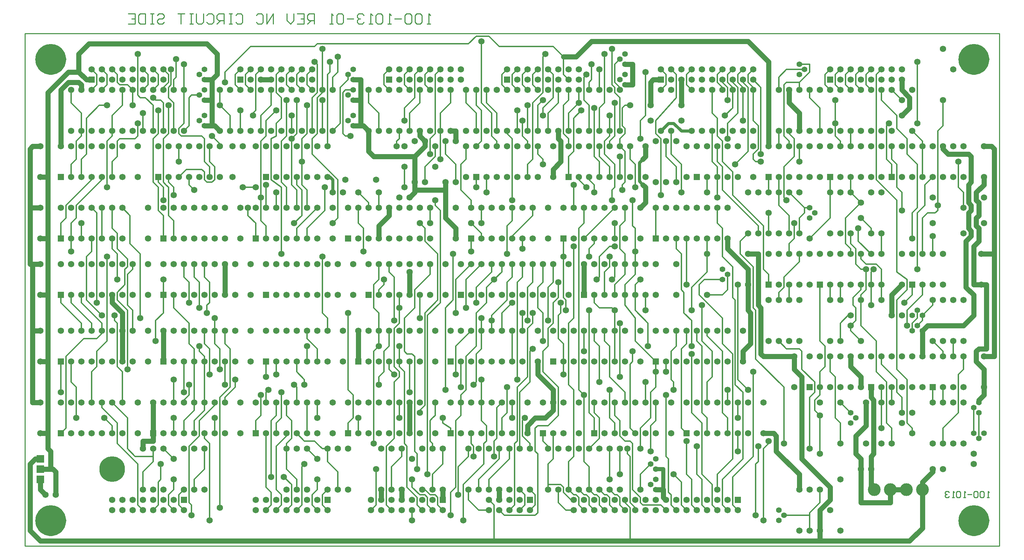
<source format=gbl>
*%FSLAX23Y23*%
*%MOIN*%
G01*
%ADD11C,0.006*%
%ADD12C,0.007*%
%ADD13C,0.008*%
%ADD14C,0.010*%
%ADD15C,0.012*%
%ADD16C,0.020*%
%ADD17C,0.030*%
%ADD18C,0.032*%
%ADD19C,0.036*%
%ADD20C,0.040*%
%ADD21C,0.050*%
%ADD22C,0.052*%
%ADD23C,0.055*%
%ADD24C,0.056*%
%ADD25C,0.059*%
%ADD26C,0.062*%
%ADD27C,0.066*%
%ADD28C,0.070*%
%ADD29C,0.090*%
%ADD30C,0.120*%
%ADD31C,0.125*%
%ADD32C,0.129*%
%ADD33C,0.140*%
%ADD34C,0.160*%
%ADD35C,0.250*%
%ADD36C,0.250*%
%ADD37R,0.062X0.062*%
%ADD38R,0.066X0.066*%
%ADD39R,0.075X0.075*%
%ADD40R,0.079X0.079*%
%ADD41R,0.250X0.250*%
D14*
X8283Y10497D02*
X8316D01*
X8299D02*
X8283D01*
X8299D02*
Y10597D01*
X8300D01*
X8299D02*
X8316Y10580D01*
X8233D02*
X8216Y10597D01*
X8183D01*
X8166Y10580D01*
Y10514D01*
X8183Y10497D01*
X8216D01*
X8233Y10514D01*
Y10580D01*
X8133D02*
X8116Y10597D01*
X8083D01*
X8066Y10580D01*
Y10514D01*
X8083Y10497D01*
X8116D01*
X8133Y10514D01*
Y10580D01*
X8033Y10547D02*
X7966D01*
X7933Y10497D02*
X7899D01*
X7916D01*
Y10597D01*
X7917D01*
X7916D02*
X7933Y10580D01*
X7849D02*
X7833Y10597D01*
X7800D01*
X7783Y10580D01*
Y10514D01*
X7800Y10497D01*
X7833D01*
X7849Y10514D01*
Y10580D01*
X7750Y10497D02*
X7716D01*
X7733D01*
Y10597D01*
X7734D01*
X7733D02*
X7750Y10580D01*
X7666D02*
X7650Y10597D01*
X7616D01*
X7600Y10580D01*
Y10564D01*
X7601D01*
X7600D02*
X7601D01*
X7600D02*
X7601D01*
X7600D02*
X7616Y10547D01*
X7633D01*
X7616D01*
X7600Y10530D01*
Y10514D01*
X7616Y10497D01*
X7650D01*
X7666Y10514D01*
X7566Y10547D02*
X7500D01*
X7466Y10580D02*
X7450Y10597D01*
X7416D01*
X7400Y10580D01*
Y10514D01*
X7416Y10497D01*
X7450D01*
X7466Y10514D01*
Y10580D01*
X7366Y10497D02*
X7333D01*
X7350D01*
Y10597D01*
X7351D01*
X7350D02*
X7366Y10580D01*
X7183Y10597D02*
Y10497D01*
Y10597D02*
X7133D01*
X7116Y10580D01*
Y10547D01*
X7133Y10530D01*
X7183D01*
X7150D02*
X7116Y10497D01*
X7083Y10597D02*
X7016D01*
X7083D02*
Y10497D01*
X7016D01*
X7050Y10547D02*
X7083D01*
X6983Y10530D02*
Y10597D01*
Y10530D02*
X6950Y10497D01*
X6916Y10530D01*
Y10597D01*
X6783D02*
Y10497D01*
X6717D02*
X6783Y10597D01*
X6717D02*
Y10497D01*
X6617Y10580D02*
X6633Y10597D01*
X6667D01*
X6683Y10580D01*
Y10514D01*
X6667Y10497D01*
X6633D01*
X6617Y10514D01*
X6433Y10597D02*
X6417Y10580D01*
X6433Y10597D02*
X6467D01*
X6483Y10580D01*
Y10514D01*
X6467Y10497D01*
X6433D01*
X6417Y10514D01*
X6383Y10597D02*
X6350D01*
X6367D01*
Y10497D01*
X6383D01*
X6350D01*
X6300D02*
Y10597D01*
X6250D01*
X6233Y10580D01*
Y10547D01*
X6250Y10530D01*
X6300D01*
X6267D02*
X6233Y10497D01*
X6133Y10580D02*
X6150Y10597D01*
X6183D01*
X6200Y10580D01*
Y10514D01*
X6183Y10497D01*
X6150D01*
X6133Y10514D01*
X6100D02*
Y10597D01*
Y10514D02*
X6083Y10497D01*
X6050D01*
X6033Y10514D01*
Y10597D01*
X6000D02*
X5967D01*
X5983D01*
Y10497D01*
X6000D01*
X5967D01*
X5917Y10597D02*
X5850D01*
X5883D01*
Y10497D01*
X5667Y10597D02*
X5650Y10580D01*
X5667Y10597D02*
X5700D01*
X5717Y10580D01*
Y10564D01*
X5700Y10547D01*
X5667D01*
X5650Y10530D01*
Y10514D01*
X5667Y10497D01*
X5700D01*
X5717Y10514D01*
X5617Y10597D02*
X5584D01*
X5600D01*
Y10497D01*
X5617D01*
X5584D01*
X5534D02*
Y10597D01*
Y10497D02*
X5484D01*
X5467Y10514D01*
Y10580D01*
X5484Y10597D01*
X5534D01*
X5434D02*
X5367D01*
X5434D02*
Y10497D01*
X5367D01*
X5400Y10547D02*
X5434D01*
X13741Y5877D02*
X13761D01*
X13751D02*
X13741D01*
X13751D02*
Y5937D01*
X13752D01*
X13751D02*
X13761Y5927D01*
X13711D02*
X13701Y5937D01*
X13681D01*
X13671Y5927D01*
Y5887D01*
X13681Y5877D01*
X13701D01*
X13711Y5887D01*
Y5927D01*
X13651D02*
X13641Y5937D01*
X13621D01*
X13611Y5927D01*
Y5887D01*
X13621Y5877D01*
X13641D01*
X13651Y5887D01*
Y5927D01*
X13591Y5907D02*
X13551D01*
X13531Y5877D02*
X13511D01*
X13521D01*
Y5937D01*
X13522D01*
X13521D02*
X13531Y5927D01*
X13481D02*
X13471Y5937D01*
X13451D01*
X13441Y5927D01*
Y5887D01*
X13451Y5877D01*
X13471D01*
X13481Y5887D01*
Y5927D01*
X13421Y5877D02*
X13401D01*
X13411D01*
Y5937D01*
X13412D01*
X13411D02*
X13421Y5927D01*
X13371D02*
X13361Y5937D01*
X13341D01*
X13331Y5927D01*
Y5917D01*
X13332D01*
X13331D02*
X13332D01*
X13331D02*
X13332D01*
X13331D02*
X13341Y5907D01*
X13351D01*
X13341D01*
X13331Y5897D01*
Y5887D01*
X13341Y5877D01*
X13361D01*
X13371Y5887D01*
X13861Y5402D02*
X4361D01*
X13861D02*
Y10402D01*
X4361D01*
Y5402D01*
D15*
X10211Y7752D02*
X10311Y7627D01*
X10511Y9552D02*
X10711Y9777D01*
X10311Y7702D02*
X10436Y7577D01*
X10311Y7402D02*
X10511Y7202D01*
X5111Y7652D02*
X4961Y7802D01*
X7161Y9227D02*
X7411Y8977D01*
X11486Y7227D02*
X11761Y6952D01*
X11461Y8127D02*
X11336Y8252D01*
X11511Y8527D02*
X11161Y8877D01*
X11261Y8827D02*
X11561Y8527D01*
X11011Y7452D02*
X11161Y7302D01*
X10211Y6902D02*
X10061Y7052D01*
X5961Y7577D02*
X5811Y7727D01*
X5261Y6402D02*
X5461Y6202D01*
X4911Y7577D02*
X4711Y7777D01*
X4811D02*
X5011Y7577D01*
X5111D02*
X4911Y7777D01*
X5111Y6752D02*
X5261Y6602D01*
X5361Y6652D02*
X5211Y6802D01*
X11811Y8852D02*
X11961Y8702D01*
X12511Y7552D02*
X12661Y7402D01*
X12611Y8252D02*
X12486Y8377D01*
X11936Y7127D02*
X12061Y7002D01*
X12711Y7177D02*
X12861Y7027D01*
Y9602D02*
X12711Y9752D01*
X12661Y8977D02*
X12861Y8777D01*
X9561Y6952D02*
X9411Y7102D01*
X11036Y7752D02*
X11161Y7627D01*
X8386Y8252D02*
X8261Y8377D01*
X8761Y7927D02*
X8911Y8077D01*
X8811Y8152D02*
X8661Y8002D01*
X8836Y6202D02*
X8636Y6002D01*
X11761Y8027D02*
X11911Y8177D01*
X12011Y8402D02*
X12211Y8602D01*
X5086Y9702D02*
X4961Y9577D01*
X7011Y8502D02*
X7211Y8702D01*
X8561Y7352D02*
X8711Y7502D01*
X8561Y8002D02*
X8711Y8152D01*
X9061Y7802D02*
X8911Y7652D01*
X8861Y7927D02*
X9011Y8077D01*
X9811Y8402D02*
X10111Y8702D01*
X9311Y8627D02*
X9111Y8427D01*
X4936Y7427D02*
X4761Y7252D01*
X6061Y6627D02*
X6211Y6777D01*
X4761Y8727D02*
X5011Y8977D01*
X5111D02*
X4861Y8727D01*
X7111Y8502D02*
X7286Y8677D01*
X13311Y6552D02*
X13461Y6702D01*
X12361Y8602D02*
X12511Y8752D01*
X13111Y7852D02*
X12961Y7702D01*
X11411Y9252D02*
X11286Y9127D01*
X6561Y10277D02*
X6311Y10027D01*
X11261Y6077D02*
X11461Y6277D01*
X11361Y6252D02*
X11161Y6052D01*
X8986Y6252D02*
X8786Y6052D01*
X8886D02*
X9086Y6252D01*
X11111Y6102D02*
X11261Y6252D01*
X10861Y7927D02*
X11011Y8077D01*
X8411Y7777D02*
X8286Y7652D01*
X8261Y7677D02*
X8386Y7802D01*
X8161Y7902D02*
X8311Y8052D01*
X11761Y5702D02*
X12011D01*
X9711Y5752D02*
X9636D01*
X7736D02*
X7711D01*
X8786D02*
X8886D01*
X9036Y5702D02*
X9336D01*
X4711Y7777D02*
Y7852D01*
Y7202D02*
Y6902D01*
Y8402D02*
Y8552D01*
X4761Y6552D02*
X4711Y6502D01*
Y8552D02*
X4761Y8602D01*
X10386Y5802D02*
X10561D01*
X9736Y5902D02*
X9711D01*
Y5852D02*
X9686D01*
X10011Y5902D02*
X10036D01*
X9936D02*
X9911D01*
X9836D02*
X9811D01*
X8261D02*
X8211D01*
X8311D02*
X8361D01*
X8261Y5952D02*
X8236D01*
X10111Y5902D02*
X10136D01*
X4911Y9002D02*
Y9177D01*
X4811Y9727D02*
Y9852D01*
X4911Y9627D02*
Y9452D01*
X4861Y9352D02*
Y9177D01*
X4911Y9402D02*
Y9452D01*
Y7577D02*
Y7502D01*
X4811Y7777D02*
Y7852D01*
X4911D02*
Y7777D01*
X4761Y6852D02*
Y6552D01*
Y6852D02*
Y7252D01*
X4861Y6952D02*
Y6652D01*
X4811Y7002D02*
Y7202D01*
X4761Y8602D02*
Y8727D01*
X4811Y9002D02*
Y9127D01*
X4861Y8727D02*
Y8602D01*
X4811Y8552D02*
Y8402D01*
Y8277D01*
X4911Y8402D02*
Y8552D01*
Y9627D02*
X4811Y9727D01*
Y7002D02*
X4861Y6952D01*
X4911Y9177D02*
X4961Y9227D01*
X4861Y9177D02*
X4811Y9127D01*
X4861Y9352D02*
X4911Y9402D01*
X4861Y8602D02*
X4811Y8552D01*
X9461Y6002D02*
X9586D01*
X5011Y8277D02*
Y8402D01*
X4961Y8227D02*
Y7802D01*
X5111Y8402D02*
Y8702D01*
X4961Y9227D02*
Y9577D01*
X5061Y9902D02*
Y10002D01*
X5011Y7577D02*
Y7502D01*
X5111D02*
Y7577D01*
Y7502D02*
Y7477D01*
Y6802D02*
Y6752D01*
X5061Y7152D02*
Y7302D01*
X5011Y7102D02*
Y6802D01*
Y8977D02*
Y9002D01*
X5111D02*
Y8977D01*
X5061Y8652D02*
Y7777D01*
X5161Y10002D02*
X5111Y10052D01*
X5061Y10002D02*
X5011Y10052D01*
Y8702D02*
X5061Y8652D01*
X5011Y8277D02*
X4961Y8227D01*
X5111Y9852D02*
X5161Y9902D01*
X5061D02*
X5011Y9852D01*
X5111Y7477D02*
X5061Y7427D01*
Y7152D02*
X5011Y7102D01*
X5061Y7302D02*
X5161Y7402D01*
X7261Y6352D02*
X7311D01*
X5611Y6277D02*
X5436D01*
X5261Y8002D02*
Y8252D01*
X5211Y8302D02*
Y8402D01*
X5311Y7102D02*
Y6802D01*
X5161Y8902D02*
Y9352D01*
X5261Y9927D02*
Y10002D01*
X5211Y9452D02*
Y9402D01*
Y9452D02*
Y9602D01*
X5161Y9902D02*
Y10002D01*
X5311Y9852D02*
Y9702D01*
X5211Y6577D02*
Y6502D01*
X5261Y6402D02*
Y6602D01*
X5161Y7402D02*
Y8227D01*
X5261Y9202D02*
Y9352D01*
X5211Y9152D02*
Y9002D01*
Y8702D02*
Y8502D01*
X5261Y8452D02*
Y8302D01*
Y7877D02*
Y7802D01*
X5236Y7652D02*
Y7602D01*
X5261Y7577D02*
Y7152D01*
Y8252D02*
X5211Y8302D01*
X5261Y7152D02*
X5311Y7102D01*
X5261Y10002D02*
X5211Y10052D01*
X5261Y9927D02*
X5286Y9902D01*
X5136Y6652D02*
X5211Y6577D01*
X5261Y8452D02*
X5211Y8502D01*
X5261Y8302D02*
X5361Y8202D01*
X5261Y7802D02*
X5361Y7702D01*
X5386Y8627D02*
X5311Y8702D01*
X5236Y7602D02*
X5261Y7577D01*
X5161Y9352D02*
X5211Y9402D01*
Y9602D02*
X5311Y9702D01*
X5261Y9202D02*
X5211Y9152D01*
X5261Y9352D02*
X5286Y9377D01*
X5336Y7952D02*
X5261Y7877D01*
X10211Y6427D02*
X10261D01*
X7186D02*
X7086D01*
X5411Y9702D02*
Y9852D01*
X5511Y6127D02*
Y5952D01*
X5461Y5802D02*
Y6202D01*
X5361Y6352D02*
Y6652D01*
X5461Y9802D02*
Y10202D01*
X5511Y9627D02*
Y9452D01*
X5461Y9402D02*
Y9527D01*
X5361Y8202D02*
Y8127D01*
X5336Y8102D02*
Y7952D01*
X5361Y7702D02*
Y7127D01*
X5386Y8352D02*
Y8627D01*
X5486Y8252D02*
Y7627D01*
X5411Y7702D02*
Y7502D01*
X5361Y7752D02*
Y8052D01*
X5411Y8102D02*
Y8152D01*
Y9852D02*
X5361Y9902D01*
X5511Y10052D02*
X5561Y10002D01*
X5461Y5802D02*
X5511Y5752D01*
X5436Y6277D02*
X5361Y6352D01*
X5486Y9777D02*
X5461Y9802D01*
X5386Y8352D02*
X5486Y8252D01*
X5361Y7752D02*
X5411Y7702D01*
X5511Y9852D02*
X5561Y9902D01*
X5611Y6227D02*
X5511Y6127D01*
X5436Y9377D02*
X5461Y9402D01*
X5361Y8127D02*
X5336Y8102D01*
X5361Y8052D02*
X5411Y8102D01*
X9361Y6577D02*
X9461D01*
X5661Y8952D02*
Y9002D01*
Y9427D02*
Y9652D01*
X5611Y9377D02*
Y8952D01*
X5661Y8902D02*
Y8677D01*
X5636Y7602D02*
Y7402D01*
X5661Y9902D02*
Y10002D01*
X5561D02*
Y9902D01*
X5686Y6202D02*
Y6052D01*
X5661Y6027D02*
Y5802D01*
X5611Y6227D02*
Y6352D01*
Y6277D01*
Y9452D02*
Y9702D01*
X5661Y8952D02*
X5711Y8902D01*
X5661D02*
X5611Y8952D01*
X5661Y8677D02*
X5711Y8627D01*
X5661Y10002D02*
X5611Y10052D01*
X5536Y9777D02*
X5611Y9702D01*
X5686Y9752D02*
X5711Y9727D01*
X5636Y9752D02*
X5611Y9777D01*
X5661Y9427D02*
X5611Y9377D01*
X5711Y7677D02*
X5636Y7602D01*
X5611Y9852D02*
X5661Y9902D01*
X5686Y6052D02*
X5661Y6027D01*
Y5802D02*
X5611Y5752D01*
X5711Y7852D02*
Y8002D01*
X5861Y9152D02*
Y9302D01*
X5761Y9002D02*
Y8952D01*
X5811Y8902D02*
Y8827D01*
X5711Y8777D02*
Y8902D01*
X5811Y8577D02*
Y8402D01*
X5761Y9427D02*
Y9702D01*
X5711Y9377D02*
Y8952D01*
X5761Y8902D02*
Y8627D01*
X5711D02*
Y8402D01*
Y7852D02*
Y7677D01*
X5811Y7727D02*
Y7852D01*
X5861Y5902D02*
Y5802D01*
X5761D02*
Y5902D01*
X5811Y5952D02*
Y6052D01*
Y6502D02*
Y6652D01*
Y6802D02*
Y7027D01*
X5786Y9902D02*
Y10052D01*
X5761Y9877D02*
Y9777D01*
X5811Y9727D02*
Y9452D01*
X5711Y9852D02*
Y9877D01*
X5761Y9927D02*
Y10002D01*
X5836Y9977D02*
Y10152D01*
X5811Y9952D02*
Y9852D01*
X5711Y9727D02*
Y9452D01*
X5861Y9427D02*
Y9477D01*
X5761Y8952D02*
X5811Y8902D01*
X5736Y8927D02*
X5711Y8952D01*
X5736Y8927D02*
X5761Y8902D01*
Y8627D02*
X5811Y8577D01*
X5761Y10002D02*
X5711Y10052D01*
X5861Y5802D02*
X5911Y5752D01*
X5811D02*
X5761Y5802D01*
X5811Y6252D02*
X5711Y6352D01*
X5811Y9727D02*
X5761Y9777D01*
X5861Y9427D02*
X5886Y9402D01*
X5936Y9077D02*
X5861Y9002D01*
X5711Y9377D02*
X5761Y9427D01*
X5911Y5952D02*
X5861Y5902D01*
X5811Y5952D02*
X5761Y5902D01*
Y9877D02*
X5786Y9902D01*
X5761Y9927D02*
X5711Y9877D01*
X5811Y9952D02*
X5836Y9977D01*
X5911Y9527D02*
X5861Y9477D01*
X5961Y9002D02*
Y8927D01*
X5911Y9852D02*
Y10102D01*
X6061Y7352D02*
Y7302D01*
X6011Y7327D02*
Y7202D01*
Y6802D01*
X5961Y7377D02*
Y7577D01*
X6011Y6052D02*
Y5952D01*
X5911Y6502D02*
Y6627D01*
X6011Y6727D02*
Y6802D01*
Y6627D02*
Y6502D01*
X5961Y6877D02*
Y6977D01*
X5911Y6827D02*
Y6802D01*
X6061Y6627D02*
Y6477D01*
X5961Y6377D02*
Y6302D01*
Y5827D01*
X5986Y5802D02*
Y5702D01*
X5961Y7777D02*
Y7977D01*
X5911Y8027D02*
Y8152D01*
X6061Y7977D02*
Y7727D01*
X6011Y8027D02*
Y8152D01*
X5911Y9527D02*
Y9852D01*
X5961Y9777D02*
Y9502D01*
X5911Y7202D02*
Y6902D01*
X6011Y8877D02*
X5961Y8927D01*
X6086Y9077D02*
X6111Y9052D01*
X5961Y7377D02*
X6011Y7327D01*
X5961Y5827D02*
X5986Y5802D01*
X5961Y7977D02*
X5911Y8027D01*
X6011D02*
X6061Y7977D01*
X6111Y9377D02*
X6086Y9402D01*
X6061Y7302D02*
X6111Y7252D01*
Y6152D02*
X6011Y6052D01*
X5911Y6627D02*
X6011Y6727D01*
Y6627D02*
X6111Y6727D01*
X5961Y6877D02*
X5911Y6827D01*
X6061Y6477D02*
X5961Y6377D01*
Y9777D02*
X5986Y9802D01*
X5961Y9502D02*
X5911Y9452D01*
X11786Y7327D02*
X11911D01*
X8136Y7277D02*
X8086D01*
X6161Y7777D02*
Y7977D01*
X6136Y7752D02*
Y7677D01*
X6261Y6852D02*
Y5777D01*
X6161Y9152D02*
Y9302D01*
X6211Y9102D02*
Y8977D01*
X6111D02*
Y9052D01*
X6161Y9002D02*
Y9102D01*
X6111Y9152D02*
Y9377D01*
X6261Y9702D02*
Y9852D01*
X6111Y7202D02*
Y6802D01*
X6211Y7377D02*
Y7502D01*
X6261Y7327D02*
Y7127D01*
X6111Y7377D02*
Y7502D01*
X6161Y7327D02*
Y7077D01*
X6111Y6352D02*
Y6152D01*
X6211Y6502D02*
Y6652D01*
X6111Y6727D02*
Y6802D01*
X6211D02*
Y6777D01*
X6161Y6402D02*
Y5652D01*
X6111Y6452D02*
Y6502D01*
Y8027D02*
Y8152D01*
X6261Y9302D02*
Y9327D01*
X6111Y7252D02*
Y7202D01*
X6211Y7502D02*
Y7627D01*
Y9102D02*
X6161Y9152D01*
X6111Y8977D02*
X6136Y8952D01*
X6161Y9102D02*
X6111Y9152D01*
X6211Y7377D02*
X6261Y7327D01*
X6161D02*
X6111Y7377D01*
X6361Y9602D02*
X6261Y9702D01*
X6111Y6452D02*
X6161Y6402D01*
Y7977D02*
X6111Y8027D01*
X6261Y9327D02*
X6186Y9402D01*
X6161Y7777D02*
X6136Y7752D01*
X6361Y6952D02*
X6261Y6852D01*
X6186Y8952D02*
X6211Y8977D01*
X5061Y7427D02*
X4936D01*
X6361Y7327D02*
Y6952D01*
X6311Y6852D02*
Y6802D01*
X6411Y6952D02*
Y7027D01*
X6361Y9452D02*
Y9602D01*
X6461Y9652D02*
Y9452D01*
X6311Y7502D02*
Y7377D01*
X6411Y9902D02*
Y10002D01*
X6311Y7202D02*
Y6977D01*
Y9927D02*
Y10027D01*
Y7377D02*
X6361Y7327D01*
X6461Y9852D02*
X6411Y9902D01*
Y6952D02*
X6311Y6852D01*
X6411Y10002D02*
X6461Y10052D01*
X9961Y7727D02*
X10086D01*
X12386Y7652D02*
X12411D01*
X6611Y8402D02*
Y8552D01*
X6661Y8577D02*
Y8802D01*
Y9352D01*
X6536Y8702D02*
Y8627D01*
X6661Y9452D02*
Y9602D01*
X6611Y6627D02*
Y6502D01*
X6661Y6677D02*
Y6877D01*
X6511Y9902D02*
Y10002D01*
X6611D02*
Y9652D01*
X6586Y9627D02*
Y9602D01*
X6661Y8577D02*
X6711Y8527D01*
X6611Y8552D02*
X6536Y8627D01*
X6561Y9852D02*
X6511Y9902D01*
X6711Y9402D02*
X6661Y9352D01*
Y6677D02*
X6611Y6627D01*
X6511Y10002D02*
X6561Y10052D01*
X6761Y9702D02*
X6661Y9602D01*
X6611Y9652D02*
X6586Y9627D01*
X6611Y10002D02*
X6661Y10052D01*
X11011Y7852D02*
X11161D01*
X6711Y8402D02*
Y8527D01*
X6861Y8252D02*
Y8902D01*
Y8952D02*
Y9352D01*
X6761Y9377D02*
Y8977D01*
X6711Y8927D02*
Y8702D01*
X6811D02*
Y8852D01*
X6711Y9402D02*
Y9552D01*
Y6902D02*
Y6802D01*
Y7052D02*
Y7202D01*
X6811D02*
Y7077D01*
Y6602D02*
Y6502D01*
X6861Y6652D02*
Y6902D01*
X6811Y6802D02*
Y6677D01*
X6761Y6627D02*
Y6077D01*
X6811Y5952D02*
Y6377D01*
X6861Y5902D02*
Y5802D01*
X6711Y5977D02*
Y6502D01*
X6761Y5927D02*
Y5802D01*
Y9702D02*
Y9852D01*
X6811Y9527D02*
Y9402D01*
X6861Y9577D02*
Y9777D01*
X6811Y9827D02*
Y10002D01*
Y9402D02*
X6761Y9377D01*
Y8977D02*
X6861Y8902D01*
Y8952D02*
X6911Y8902D01*
X6811Y5952D02*
X6861Y5902D01*
X6761Y5927D02*
X6711Y5977D01*
X6861Y9777D02*
X6811Y9827D01*
X6911Y9402D02*
X6861Y9352D01*
X6711Y9552D02*
X6811Y9652D01*
X6736Y6927D02*
X6711Y6902D01*
X6861Y6652D02*
X6811Y6602D01*
X6761Y6627D02*
X6811Y6677D01*
X6861Y5802D02*
X6811Y5752D01*
Y6377D02*
X6911Y6477D01*
X6761Y5802D02*
X6711Y5752D01*
X6811Y9527D02*
X6861Y9577D01*
X6811Y10002D02*
X6861Y10052D01*
X12511Y8102D02*
X12561D01*
X11161Y8002D02*
X10986D01*
X7011Y8702D02*
Y8877D01*
X6961Y8927D02*
Y9377D01*
X7061Y9152D02*
Y8927D01*
X7011D02*
Y9002D01*
X7061Y8877D02*
Y8627D01*
X6911Y8702D02*
Y8902D01*
X7061Y9152D02*
Y9377D01*
X6961Y9452D02*
Y9602D01*
X6911Y9752D02*
Y9402D01*
X7011Y8502D02*
Y8402D01*
X7061Y6177D02*
Y5802D01*
X6911Y6677D02*
Y6802D01*
Y6402D02*
Y6352D01*
Y6152D01*
X6961Y6452D02*
Y6627D01*
Y6002D02*
Y5802D01*
X6911Y6477D02*
Y6502D01*
X7011Y9902D02*
Y10002D01*
X6911D02*
Y9902D01*
X7011Y6052D02*
Y5952D01*
Y9427D02*
Y9752D01*
Y7202D02*
Y7102D01*
Y6952D02*
Y6802D01*
X7111Y8877D02*
X7061Y8927D01*
X7011D02*
X7061Y8877D01*
X7011D02*
X6986Y8902D01*
X6961Y8927D01*
X7011Y6502D02*
X7086Y6427D01*
X6961Y6627D02*
X6911Y6677D01*
X6886Y6077D02*
X6961Y6002D01*
X7061Y9852D02*
X7011Y9902D01*
X6961Y9852D02*
X6911Y9902D01*
Y6152D02*
X7011Y6052D01*
Y8877D02*
X6961Y8927D01*
X7011Y7102D02*
X7086Y7027D01*
X7011Y6952D02*
X6986Y6977D01*
Y8552D02*
X7061Y8627D01*
Y9377D02*
X7111Y9427D01*
X7061Y5802D02*
X7011Y5752D01*
X7061Y6177D02*
X7086Y6202D01*
X6911Y6402D02*
X6961Y6452D01*
Y5802D02*
X6911Y5752D01*
X7011Y10002D02*
X7061Y10052D01*
X6961D02*
X6911Y10002D01*
X7011Y9427D02*
X6961Y9377D01*
X12561Y8152D02*
X12661D01*
X7111Y8702D02*
Y8877D01*
X7161Y9227D02*
Y9377D01*
X7111Y9427D02*
Y9702D01*
X7261Y8227D02*
Y7677D01*
X7111Y6802D02*
Y6502D01*
Y7202D02*
Y7352D01*
X7211Y7327D02*
Y7202D01*
X7111Y7427D02*
Y7502D01*
Y9902D02*
Y10002D01*
X7261Y5902D02*
Y5802D01*
X7161D02*
Y5902D01*
X7211Y5952D02*
Y6052D01*
X7111Y8402D02*
Y8502D01*
X7211Y9427D02*
Y9777D01*
X7261Y9827D02*
Y9852D01*
X7211Y9827D02*
Y10102D01*
X7161Y9777D02*
Y9452D01*
X7261D02*
Y9752D01*
Y9852D02*
Y10252D01*
X7086Y7027D02*
Y6977D01*
X7211Y6802D02*
Y6652D01*
Y10102D02*
X7186Y10127D01*
X7261Y7677D02*
X7311Y7627D01*
X7236Y6377D02*
X7261Y6352D01*
X7236Y6377D02*
X7186Y6427D01*
X7211Y7327D02*
X7111Y7427D01*
X7161Y9852D02*
X7111Y9902D01*
X7261Y5802D02*
X7311Y5752D01*
X7211D02*
X7161Y5802D01*
X7211Y6252D02*
X7111Y6352D01*
X7161Y9377D02*
X7211Y9427D01*
X7111Y10002D02*
X7161Y10052D01*
X7311Y5952D02*
X7261Y5902D01*
X7211Y5952D02*
X7161Y5902D01*
X7211Y9777D02*
X7261Y9827D01*
X7211D02*
X7161Y9777D01*
X7186Y10277D02*
X7211Y10302D01*
X10061Y8327D02*
X10111D01*
X7286Y8677D02*
Y8902D01*
X7411Y8977D02*
Y8602D01*
X7436Y9527D02*
Y9877D01*
X7311Y7627D02*
Y7502D01*
Y6352D02*
Y6227D01*
X7411Y6127D02*
Y5952D01*
X7361Y9852D02*
Y9977D01*
X7411Y10027D02*
Y10177D01*
X7336Y10127D02*
Y10027D01*
X7461Y9827D02*
Y9427D01*
X7311Y9302D02*
Y10002D01*
Y6227D02*
X7411Y6127D01*
X7486Y9402D02*
X7461Y9427D01*
X7411Y9502D02*
X7361Y9452D01*
X7436Y9877D02*
X7511Y9952D01*
X7436Y9527D02*
X7411Y9502D01*
Y8602D02*
X7361Y8552D01*
Y9977D02*
X7411Y10027D01*
X7486Y9852D02*
X7461Y9827D01*
X7311Y10002D02*
X7336Y10027D01*
X11961Y8702D02*
X12011D01*
X13161Y8652D02*
X13236D01*
X7511Y9952D02*
Y10002D01*
X7661Y8502D02*
Y8277D01*
X7611Y8552D02*
Y8702D01*
X7511Y7677D02*
Y6927D01*
X7561Y6877D02*
Y6652D01*
X7511Y6602D02*
Y6502D01*
X7611D02*
Y6652D01*
X7711Y8752D02*
X7611Y8852D01*
Y8552D02*
X7661Y8502D01*
X7511Y6927D02*
X7561Y6877D01*
Y6652D02*
X7511Y6602D01*
X6611Y8902D02*
X6486D01*
X7811Y7502D02*
Y7352D01*
X7711Y8702D02*
Y8752D01*
X7811Y8702D02*
Y8852D01*
X7761Y7302D02*
Y6402D01*
X7811Y7502D02*
Y7677D01*
X7861Y7302D02*
Y7102D01*
X7811Y7052D02*
Y6977D01*
X7861Y7952D02*
Y8002D01*
X7811Y7902D02*
Y7852D01*
Y8002D02*
Y8152D01*
X7761Y7952D02*
Y7727D01*
X7861Y9902D02*
Y10002D01*
X7811Y9627D02*
Y9452D01*
X7711Y9727D02*
Y9852D01*
X7786Y6152D02*
Y5802D01*
X7811Y7677D02*
X7761Y7727D01*
X7911Y9852D02*
X7861Y9902D01*
X7711Y9727D02*
X7811Y9627D01*
X7911Y7352D02*
X7861Y7302D01*
X7811Y7352D02*
X7761Y7302D01*
X7861Y7102D02*
X7811Y7052D01*
Y7902D02*
X7861Y7952D01*
X7811Y8002D02*
X7761Y7952D01*
X7861Y10002D02*
X7911Y10052D01*
X7786Y5802D02*
X7736Y5752D01*
X6086Y9077D02*
X5936D01*
X6136Y8952D02*
X6186D01*
X8011Y7852D02*
Y7727D01*
X7911Y7502D02*
Y7352D01*
X8011Y9377D02*
Y9452D01*
X7986Y9352D02*
Y9302D01*
X8011Y7352D02*
Y7202D01*
Y6802D02*
Y6652D01*
X7911Y7127D02*
Y7202D01*
X7961Y7602D02*
Y8027D01*
X7911Y8077D02*
Y8152D01*
X7886Y6377D02*
Y5802D01*
X7961Y7152D02*
Y7527D01*
X8011Y7577D02*
Y7727D01*
Y7202D02*
Y7152D01*
X7961Y7002D02*
Y6452D01*
X8011Y7052D02*
Y7102D01*
X7936Y6177D02*
Y5952D01*
X8036Y6277D02*
Y6352D01*
X7961Y7077D02*
X7911Y7127D01*
X7961Y8027D02*
X7911Y8077D01*
X7886Y5802D02*
X7936Y5752D01*
X8061Y7102D02*
X8011Y7152D01*
X7961D02*
X8011Y7102D01*
X7986Y9352D02*
X8011Y9377D01*
X7961Y6452D02*
X7886Y6377D01*
X7961Y7527D02*
X8011Y7577D01*
Y7052D02*
X7961Y7002D01*
X8036Y6277D02*
X7936Y6177D01*
X11486Y9152D02*
X11536D01*
X8136Y5752D02*
Y5652D01*
X8161Y9777D02*
Y10002D01*
X8061Y9677D02*
Y9552D01*
X8111Y7202D02*
Y6902D01*
X8211Y7627D02*
Y7852D01*
X8111Y9452D02*
Y9627D01*
X8061Y9902D02*
Y10002D01*
X8211Y9852D02*
Y9727D01*
X8061Y9102D02*
Y8902D01*
X8211Y6727D02*
Y6702D01*
X8186Y5877D02*
Y5802D01*
X8061Y6402D02*
Y7102D01*
X8086Y6377D02*
Y5977D01*
X8136D02*
Y6052D01*
X8161Y7727D02*
Y7902D01*
X8061Y7627D02*
Y7302D01*
X8161Y7252D02*
Y6327D01*
X8186Y6302D02*
Y6152D01*
X8111Y9852D02*
X8061Y9902D01*
X8211Y8552D02*
X8261Y8502D01*
X8186Y5802D02*
X8236Y5752D01*
X8186Y5877D02*
X8086Y5977D01*
Y6377D02*
X8061Y6402D01*
X8136Y5977D02*
X8211Y5902D01*
X8086Y7277D02*
X8061Y7302D01*
X8136Y7277D02*
X8161Y7252D01*
Y6327D02*
X8186Y6302D01*
X8161Y10002D02*
X8211Y10052D01*
X8161Y9777D02*
X8061Y9677D01*
Y10002D02*
X8111Y10052D01*
X8211Y9727D02*
X8111Y9627D01*
X8261Y6777D02*
X8211Y6727D01*
X8061Y7627D02*
X8161Y7727D01*
X6086Y9402D02*
X5886D01*
X5436Y9377D02*
X5286D01*
X7486Y9402D02*
X7536D01*
X8361Y6802D02*
Y6677D01*
X8311Y6627D02*
Y6427D01*
X8336Y6402D02*
Y6352D01*
X8411Y9177D02*
Y9452D01*
X8311Y9377D02*
Y9227D01*
X8411Y9452D02*
Y9627D01*
X8311Y8702D02*
Y8552D01*
X8261Y9902D02*
Y10002D01*
X8361D02*
Y9427D01*
Y9302D02*
Y9202D01*
X8261Y9102D02*
Y8952D01*
X8436Y6652D02*
Y6602D01*
Y6352D02*
Y6202D01*
X8336Y6102D02*
Y5952D01*
X8286Y5877D02*
Y5802D01*
X8386D02*
Y5877D01*
X8361Y8727D02*
Y8777D01*
X8411Y8677D02*
Y7777D01*
X8286Y7652D02*
Y6102D01*
X8261Y6777D02*
Y7677D01*
X8386Y7802D02*
Y8252D01*
X8261Y8377D02*
Y8502D01*
X8311Y8152D02*
Y8052D01*
X8436Y6602D02*
X8511Y6552D01*
X8336Y6402D02*
X8311Y6427D01*
Y9852D02*
X8261Y9902D01*
X8286Y5802D02*
X8336Y5752D01*
X8286Y5877D02*
X8261Y5902D01*
X8386Y5802D02*
X8436Y5752D01*
X8386Y5877D02*
X8361Y5902D01*
X8311D02*
X8261Y5952D01*
X8411Y8677D02*
X8361Y8727D01*
Y6677D02*
X8336Y6652D01*
X8311Y6627D01*
X8361Y10002D02*
X8411Y10052D01*
X8361Y9427D02*
X8311Y9377D01*
X8261Y10002D02*
X8311Y10052D01*
X8511Y9727D02*
X8411Y9627D01*
X8361Y9202D02*
X8261Y9102D01*
X8436Y6202D02*
X8336Y6102D01*
X8636Y6002D02*
Y5652D01*
X8511Y5702D02*
Y5927D01*
X8561Y5977D02*
Y6627D01*
X8611Y6677D02*
Y6802D01*
Y6877D01*
Y6952D02*
Y7202D01*
X8561Y7077D02*
Y7352D01*
Y7677D02*
Y8002D01*
Y8952D02*
Y9127D01*
X8461Y9227D02*
Y9352D01*
X8511Y9727D02*
Y9852D01*
X8461Y7727D02*
Y6927D01*
X8536Y7802D02*
Y8252D01*
X8611Y8877D02*
Y9127D01*
X8511Y6552D02*
Y6502D01*
X8586Y6177D02*
Y5902D01*
X8561Y9127D02*
X8461Y9227D01*
X8611Y8877D02*
X8711Y8777D01*
X8561Y5977D02*
X8511Y5927D01*
X8561Y6627D02*
X8611Y6677D01*
Y6877D02*
X8661Y6927D01*
X8461Y7727D02*
X8536Y7802D01*
X8611Y9127D02*
X8661Y9177D01*
X8686Y6277D02*
X8586Y6177D01*
X5161Y9702D02*
X5086D01*
X5486Y9777D02*
X5536D01*
X5636Y9752D02*
X5686D01*
X5986Y9802D02*
X6061D01*
X10211Y9702D02*
X10261D01*
X7561Y9852D02*
X7486D01*
X8761Y7927D02*
Y7777D01*
X8811Y6802D02*
Y6627D01*
X8836Y6402D02*
Y6202D01*
X8761Y8902D02*
Y9002D01*
X8711Y8402D02*
Y8277D01*
X8811Y8402D02*
Y8452D01*
Y7027D02*
Y6802D01*
X8661Y7727D02*
Y7952D01*
Y8002D01*
Y7727D01*
Y7252D02*
Y6927D01*
X8761Y7352D02*
Y7677D01*
X8811Y7627D02*
Y7502D01*
Y7327D01*
Y8552D02*
Y8702D01*
X8761Y7277D02*
Y7002D01*
Y9452D02*
Y9627D01*
X8661Y9727D02*
Y9852D01*
X8811Y9652D02*
Y9352D01*
X8761Y9702D02*
Y9852D01*
X8711Y8777D02*
Y8702D01*
X8661Y9177D02*
Y9302D01*
X8811Y9727D02*
Y10327D01*
X8686Y5952D02*
Y5852D01*
X8786Y5952D02*
Y6052D01*
X8686Y6277D02*
Y6352D01*
X8711Y6402D02*
Y6502D01*
X8736Y6377D02*
Y6277D01*
X8861Y6577D02*
X8811Y6627D01*
Y8452D02*
X8711Y8552D01*
X8761Y9627D02*
X8661Y9727D01*
X8761Y9702D02*
X8811Y9652D01*
Y9727D02*
X8911Y9627D01*
X8686Y5852D02*
X8786Y5752D01*
X8736Y6377D02*
X8711Y6402D01*
X8836D02*
X8861Y6427D01*
X8661Y7252D02*
X8761Y7352D01*
Y7677D02*
X8811Y7727D01*
X8861Y7777D01*
X8811Y7327D02*
X8761Y7277D01*
Y7002D02*
X8736Y6977D01*
X8761Y9302D02*
X8811Y9352D01*
X8686Y10302D02*
X8761Y10377D01*
X5361Y9902D02*
X5286D01*
X11786Y10052D02*
X11961D01*
X11911Y9927D02*
X11786D01*
X8861Y9002D02*
Y8852D01*
X9011Y8152D02*
Y8077D01*
X8911D02*
Y8152D01*
X8936Y5802D02*
Y5477D01*
Y6277D02*
Y6427D01*
X8961Y6452D02*
Y6752D01*
X8861Y6577D02*
Y6427D01*
X9011Y6502D02*
Y6652D01*
X8911Y7502D02*
Y7602D01*
Y7652D02*
Y7502D01*
X9011D02*
Y7677D01*
X8861Y7777D02*
Y7927D01*
X9011Y9902D02*
Y10002D01*
X8961Y9627D02*
Y9477D01*
Y9452D01*
X8861Y9727D02*
Y9852D01*
X8911Y9627D02*
Y9402D01*
X8961Y9352D02*
Y9302D01*
X8886Y6052D02*
Y5952D01*
X8986Y6252D02*
Y6352D01*
X8886Y5852D02*
X8936Y5802D01*
X9061Y9852D02*
X9011Y9902D01*
X8861Y9727D02*
X8961Y9627D01*
X8911Y9402D02*
X8961Y9352D01*
X8986Y10277D02*
X8886Y10377D01*
X8986Y5752D02*
X9036Y5702D01*
X8936Y6427D02*
X8961Y6452D01*
Y6752D02*
X9011Y6802D01*
X9061Y6702D02*
X9011Y6652D01*
X8936Y8002D02*
X9011Y8077D01*
X9111Y7777D02*
X9011Y7677D01*
Y10002D02*
X9061Y10052D01*
X11911Y10102D02*
X11986D01*
X12011D01*
X9111Y7502D02*
Y7202D01*
X9161Y9452D02*
Y9652D01*
X9061Y9452D02*
Y9427D01*
X9211Y8402D02*
Y8302D01*
X9061Y6952D02*
Y6702D01*
X9211Y7502D02*
Y7677D01*
X9111Y8027D02*
Y8152D01*
X9061Y7977D02*
Y7802D01*
X9211Y8027D02*
Y8152D01*
X9161Y7977D02*
Y7027D01*
X9111Y8577D02*
Y8702D01*
X9061Y8527D02*
Y8252D01*
X9111Y8402D02*
Y8427D01*
X9211Y9902D02*
Y10002D01*
X9111D02*
Y9902D01*
X9211Y9552D02*
Y9402D01*
X9111Y9377D02*
Y8777D01*
Y6802D02*
Y6652D01*
X9086Y6352D02*
Y6252D01*
X9136Y6402D02*
Y5802D01*
X9161Y6427D02*
Y6952D01*
X9211Y6627D02*
Y6477D01*
X9186Y6352D02*
Y6902D01*
X9111Y9377D02*
X9061Y9427D01*
X9261Y9852D02*
X9211Y9902D01*
X9161Y9852D02*
X9111Y9902D01*
X9211Y9402D02*
X9261Y9352D01*
X9186Y5952D02*
X9236Y5902D01*
X9286Y6402D02*
X9211Y6477D01*
X9061Y7977D02*
X9111Y8027D01*
X9161Y7977D02*
X9211Y8027D01*
X9061Y8527D02*
X9111Y8577D01*
X9211Y10002D02*
X9261Y10052D01*
X9161D02*
X9111Y10002D01*
X9236Y5802D02*
X9186Y5752D01*
X9136Y5802D02*
X9086Y5752D01*
X9136Y6402D02*
X9161Y6427D01*
Y6952D02*
X9261Y7052D01*
X9236Y6652D02*
X9211Y6627D01*
X9186Y6902D02*
X9286Y7002D01*
X7186Y10277D02*
X6561D01*
X7211Y10302D02*
X8686D01*
X8761Y10377D02*
X8886D01*
X8986Y10277D02*
X9511D01*
X9261Y9702D02*
Y9452D01*
X9311Y8152D02*
Y7977D01*
X9411D02*
Y8152D01*
Y7677D02*
Y7402D01*
X9361Y7727D02*
Y7927D01*
X9411Y6502D02*
Y6427D01*
X9311Y8627D02*
Y8702D01*
Y9902D02*
Y10002D01*
X9411Y9677D02*
Y9602D01*
X9261Y9127D02*
Y9002D01*
Y9302D02*
Y9352D01*
X9361Y9302D02*
Y9227D01*
X9411Y9177D02*
Y9127D01*
Y9827D02*
Y10177D01*
X9311Y9727D02*
Y9177D01*
X9361Y9452D02*
Y9702D01*
X9261Y7927D02*
Y7602D01*
X9236Y5902D02*
Y5802D01*
X9336D02*
Y5902D01*
Y6327D02*
Y6552D01*
X9411Y7102D02*
Y7302D01*
X9261Y7527D02*
Y7052D01*
X9311Y7577D02*
Y7677D01*
X9286Y6402D02*
Y6352D01*
Y7002D02*
Y7302D01*
X9361Y6302D02*
Y5727D01*
X9411Y7677D02*
X9361Y7727D01*
X9411Y6427D02*
X9461Y6377D01*
X9361Y9852D02*
X9311Y9902D01*
X9361Y9227D02*
X9411Y9177D01*
X9286Y5952D02*
X9336Y5902D01*
X9361Y6302D02*
X9336Y6327D01*
X9261Y7927D02*
X9311Y7977D01*
X9361Y7927D02*
X9411Y7977D01*
X9311Y10002D02*
X9361Y10052D01*
X9511Y9777D02*
X9411Y9677D01*
Y10177D02*
X9436Y10202D01*
X9311Y9177D02*
X9261Y9127D01*
X9311Y9727D02*
X9411Y9827D01*
Y9752D02*
X9361Y9702D01*
X9336Y5802D02*
X9286Y5752D01*
X9336Y6552D02*
X9361Y6577D01*
X9411Y7302D02*
X9461Y7352D01*
X9261Y7527D02*
X9311Y7577D01*
Y7327D02*
X9286Y7302D01*
X9361Y5727D02*
X9336Y5702D01*
X9611Y7077D02*
Y7202D01*
Y7377D01*
Y8227D02*
Y8402D01*
X9511Y8152D02*
Y7977D01*
Y6502D02*
Y6252D01*
X9461Y6352D02*
Y6377D01*
Y9452D02*
Y9627D01*
X9561Y9727D02*
Y9852D01*
X9511Y9777D02*
Y10002D01*
X9611Y9702D02*
Y9427D01*
Y10002D02*
Y10177D01*
X9461Y6202D02*
Y5952D01*
Y6002D01*
X9611Y5977D02*
Y5927D01*
X9561Y5952D02*
Y5827D01*
Y6677D02*
Y6952D01*
X9461Y7352D02*
Y7527D01*
Y7602D02*
Y7927D01*
X9511Y7777D02*
Y7577D01*
X9561Y7827D02*
Y7977D01*
X9586Y7777D02*
Y7677D01*
X9561Y7652D02*
Y7427D01*
X9611Y7827D02*
Y8402D01*
X9561Y7427D02*
X9611Y7377D01*
X9511Y10002D02*
X9461Y10052D01*
X9611Y9427D02*
X9661Y9377D01*
X9611Y10177D02*
X9511Y10277D01*
X9611Y10002D02*
X9661Y9952D01*
X9586Y6002D02*
X9611Y5977D01*
Y5927D02*
X9686Y5852D01*
X9636Y5752D02*
X9561Y5827D01*
X9636Y7802D02*
X9611Y7827D01*
X9461Y7927D02*
X9511Y7977D01*
Y6252D02*
X9461Y6202D01*
Y9627D02*
X9561Y9727D01*
X9611Y9702D02*
X9661Y9752D01*
X9561Y6677D02*
X9461Y6577D01*
Y7527D02*
X9511Y7577D01*
Y7777D02*
X9561Y7827D01*
X9586Y7677D02*
X9561Y7652D01*
X9761Y9727D02*
Y9852D01*
X9661Y6227D02*
Y5952D01*
X9711Y8027D02*
Y8327D01*
Y6927D02*
Y6277D01*
X9811Y8552D02*
Y8702D01*
Y6877D02*
Y6227D01*
X9761Y6927D02*
Y8502D01*
X9711Y8702D02*
Y8927D01*
X9661Y9452D02*
Y9627D01*
X9811Y9752D02*
Y9977D01*
X9661Y9377D02*
Y9302D01*
Y9752D02*
Y9852D01*
X9761Y9002D02*
Y8977D01*
X9711Y9252D02*
Y9577D01*
X9661Y9202D02*
Y9002D01*
X9761Y5877D02*
Y5802D01*
X9811Y7302D02*
Y7502D01*
X9711Y7627D02*
Y8027D01*
X9661Y7577D02*
Y6977D01*
X9636Y7702D02*
Y7802D01*
X9661Y5952D02*
X9711Y5902D01*
Y6927D02*
X9661Y6977D01*
X9811Y6227D02*
X9861Y6177D01*
X9811Y6877D02*
X9761Y6927D01*
Y5952D02*
X9811Y5902D01*
X9861Y9702D02*
X9811Y9752D01*
X9761Y8977D02*
X9836Y8902D01*
X9761Y5802D02*
X9811Y5752D01*
X9761Y5877D02*
X9736Y5902D01*
X9661Y6227D02*
X9711Y6277D01*
X9761Y8502D02*
X9811Y8552D01*
X9661Y9627D02*
X9761Y9727D01*
X9811Y9977D02*
X9836Y10002D01*
X9711Y9252D02*
X9661Y9202D01*
X9711Y9577D02*
X9786Y9652D01*
X9711Y7627D02*
X9661Y7577D01*
X9911Y6802D02*
Y6702D01*
X9961Y6652D02*
Y6452D01*
X9861Y8977D02*
Y9002D01*
X9911Y8927D02*
Y8852D01*
X9961Y7352D02*
Y7002D01*
X9861Y6702D02*
Y7702D01*
X9911Y7777D02*
Y7852D01*
Y6652D02*
Y6502D01*
X9861Y6177D02*
Y5952D01*
X9911Y8352D02*
Y8402D01*
X9861Y8302D02*
Y8227D01*
X10011Y8077D02*
Y7852D01*
Y7502D02*
Y7402D01*
X9911D02*
Y7502D01*
X10011Y9227D02*
Y9352D01*
X9961Y9452D02*
Y9677D01*
X9861Y9702D02*
Y9452D01*
X9961Y9852D02*
Y10052D01*
X10011Y10202D02*
Y9727D01*
X9886Y9952D02*
Y10102D01*
X9861Y9927D02*
Y9852D01*
X9961Y9302D02*
Y9202D01*
X9911D02*
Y9677D01*
X9961Y9152D02*
Y9002D01*
Y5877D02*
Y5802D01*
X9861D02*
Y5877D01*
X9961Y8027D02*
Y8227D01*
X9911Y6702D02*
X9961Y6652D01*
X9911Y8927D02*
X9861Y8977D01*
Y6702D02*
X9911Y6652D01*
X9961Y7727D02*
X9911Y7777D01*
X9861Y5952D02*
X9911Y5902D01*
X10061Y7352D02*
X10011Y7402D01*
X9961Y7352D02*
X9911Y7402D01*
X9961Y5952D02*
X10011Y5902D01*
X10111Y9127D02*
X10011Y9227D01*
X9961Y9202D02*
X10061Y9102D01*
X9961Y9152D02*
X9911Y9202D01*
X9961Y5802D02*
X10011Y5752D01*
X9911D02*
X9861Y5802D01*
X9936Y5902D02*
X9961Y5877D01*
X9861D02*
X9836Y5902D01*
X9861Y6352D02*
X9961Y6452D01*
X9861Y8302D02*
X9911Y8352D01*
X10011Y9352D02*
X10061Y9402D01*
X9961Y9677D02*
X10011Y9727D01*
X9861Y9927D02*
X9886Y9952D01*
X10061Y8127D02*
X10011Y8077D01*
X9961Y8027D02*
X9936Y8002D01*
X9961Y8227D02*
X10061Y8327D01*
X10111Y7702D02*
Y7502D01*
X10161Y9302D02*
Y9377D01*
X10111Y6602D02*
Y6502D01*
X10061Y6652D02*
Y6927D01*
X10161Y6352D02*
Y6102D01*
X10061Y6052D02*
Y6352D01*
X10161Y8302D02*
Y8527D01*
X10111Y7502D02*
Y7202D01*
Y8402D02*
Y8552D01*
Y8152D02*
Y8027D01*
Y7952D02*
Y7852D01*
X10061Y7352D02*
Y7052D01*
X10111Y6802D02*
Y6677D01*
X10161Y6627D02*
Y6477D01*
X10061Y9002D02*
Y9102D01*
X10086Y9902D02*
Y10252D01*
X10111Y9877D02*
Y9827D01*
X10061Y9452D02*
Y9402D01*
Y9452D02*
Y9602D01*
X10161Y9202D02*
Y9002D01*
X10111Y9402D02*
Y9727D01*
X10061Y9352D02*
Y9302D01*
X10186Y9502D02*
Y9677D01*
X10161Y9777D02*
Y9452D01*
X10186Y8927D02*
Y8877D01*
X10086D02*
Y8777D01*
X10111Y8902D02*
Y9127D01*
X10161Y9852D02*
Y9877D01*
X10111Y9927D02*
Y10102D01*
X10161Y5877D02*
Y5802D01*
X10061D02*
Y5877D01*
Y8127D02*
Y8227D01*
X10161Y7577D02*
Y7052D01*
X10211Y9252D02*
X10161Y9302D01*
X10061Y6652D02*
X10111Y6602D01*
X10161Y6477D02*
X10211Y6427D01*
Y8252D02*
X10161Y8302D01*
X10086Y7727D02*
X10111Y7702D01*
X10136Y6652D02*
X10161Y6627D01*
X10136Y6652D02*
X10111Y6677D01*
Y9877D02*
X10086Y9902D01*
X10111Y9827D02*
X10161Y9777D01*
X10186Y9502D02*
X10211Y9477D01*
X10161Y9877D02*
X10111Y9927D01*
X10161Y5802D02*
X10211Y5752D01*
X10111D02*
X10061Y5802D01*
Y5877D02*
X10036Y5902D01*
X10061Y5952D02*
X10111Y5902D01*
X10136D02*
X10161Y5877D01*
Y8527D02*
X10211Y8577D01*
X10111Y8027D02*
X10086Y8002D01*
X10111Y7952D02*
X10211Y8052D01*
X10111Y10102D02*
X10161Y10152D01*
X10111Y9402D02*
X10061Y9352D01*
X10186Y9677D02*
X10211Y9702D01*
Y9427D02*
X10161Y9377D01*
X10211Y8952D02*
X10186Y8927D01*
X10111Y8902D02*
X10086Y8877D01*
X10311Y7627D02*
Y7402D01*
X10211Y7752D02*
Y7852D01*
Y7952D01*
X10236Y6352D02*
Y6302D01*
X10361Y6102D02*
Y5952D01*
X10211Y8577D02*
Y8702D01*
Y8252D02*
Y8152D01*
Y8052D01*
X10311Y7852D02*
Y7702D01*
Y7852D02*
Y7952D01*
Y8152D02*
Y8277D01*
Y8152D02*
Y8052D01*
X10361Y6552D02*
Y6352D01*
X10286Y7202D02*
Y7302D01*
X10261Y7177D02*
Y6552D01*
X10211Y6802D02*
Y6902D01*
X10311Y8902D02*
Y9127D01*
X10261Y9177D02*
Y9302D01*
X10211Y9427D02*
Y9477D01*
X10311Y8502D02*
Y8277D01*
X10286Y8527D02*
Y8777D01*
X10211Y8952D02*
Y9252D01*
X10361Y9377D02*
Y9552D01*
Y5877D02*
Y5827D01*
X10286Y5952D02*
Y6402D01*
X10261Y5777D02*
Y5477D01*
X10311Y5752D02*
Y5777D01*
X10211Y5827D02*
Y5852D01*
X10261Y5827D02*
Y6277D01*
X10286Y6402D02*
X10261Y6427D01*
X10311Y6502D02*
X10261Y6552D01*
X10311Y9127D02*
X10261Y9177D01*
X10286Y8527D02*
X10311Y8502D01*
X10361Y5827D02*
X10386Y5802D01*
X10361Y5877D02*
X10286Y5952D01*
X10261Y5827D02*
X10311Y5777D01*
X10261D02*
X10211Y5827D01*
X10261Y6277D02*
X10236Y6302D01*
X10361Y6102D02*
X10461Y6202D01*
X10311Y7952D02*
X10361Y8002D01*
X10311Y8052D02*
X10211Y7952D01*
X10461Y6652D02*
X10361Y6552D01*
X10261Y7177D02*
X10286Y7202D01*
X10361Y9552D02*
X10411Y9602D01*
X10511Y8702D02*
Y8402D01*
X10436Y7577D02*
Y7352D01*
X10511Y9427D02*
Y9552D01*
Y7202D02*
Y7102D01*
Y7202D02*
Y6952D01*
X10411Y7002D02*
Y6802D01*
X10511D02*
Y6627D01*
X10461Y6577D02*
Y6327D01*
X10411Y7702D02*
Y7852D01*
X10461Y6902D02*
Y6652D01*
X10411Y9602D02*
Y10027D01*
X10561Y9377D02*
Y8827D01*
Y9377D02*
X10511Y9427D01*
X10611Y10002D02*
X10561Y10052D01*
Y5802D02*
X10611Y5752D01*
X10461Y6577D02*
X10511Y6627D01*
X10461Y6902D02*
X10511Y6952D01*
X10561Y9852D02*
X10611Y9902D01*
X10711Y7502D02*
Y7352D01*
X10686Y7002D02*
Y6927D01*
X10661Y7027D02*
Y7302D01*
X10611Y7202D02*
Y7102D01*
X10711Y9777D02*
Y10002D01*
X10661Y9452D02*
Y9227D01*
X10761Y9127D02*
Y8852D01*
Y7327D02*
Y6552D01*
X10711Y8952D02*
Y9102D01*
X10611Y9202D02*
Y9352D01*
Y9902D02*
Y10002D01*
X10636Y6252D02*
Y5927D01*
X10611Y6277D02*
Y6877D01*
X10661Y5902D02*
Y5802D01*
X10761D02*
Y6027D01*
X10786Y7677D02*
Y7877D01*
X10761Y7902D02*
Y8252D01*
X10711Y8302D02*
Y8402D01*
X10661Y7027D02*
X10686Y7002D01*
X10711Y10002D02*
X10661Y10052D01*
Y9227D02*
X10761Y9127D01*
Y6552D02*
X10811Y6502D01*
X10711Y9102D02*
X10611Y9202D01*
Y6277D02*
X10636Y6252D01*
X10661Y5802D02*
X10711Y5752D01*
X10661Y5902D02*
X10636Y5927D01*
X10761Y5802D02*
X10811Y5752D01*
X10761Y6027D02*
X10686Y6102D01*
X10861Y7602D02*
X10786Y7677D01*
Y7877D02*
X10761Y7902D01*
Y8252D02*
X10711Y8302D01*
Y7352D02*
X10661Y7302D01*
X10761Y7327D02*
X10811Y7377D01*
X10961Y7402D02*
Y7752D01*
X10911Y7502D02*
Y7402D01*
X10961Y7352D02*
Y6702D01*
X10811Y7377D02*
Y7502D01*
Y9902D02*
Y10002D01*
X10961Y6602D02*
Y6102D01*
Y6052D02*
Y5802D01*
X10911Y6102D02*
Y6377D01*
X10861Y6052D02*
Y5802D01*
X10811Y6102D02*
Y6427D01*
X10936Y7852D02*
Y7952D01*
X10861Y7927D02*
Y7702D01*
X10811Y7952D02*
Y8402D01*
X10861Y7277D02*
Y6702D01*
Y7352D02*
Y7602D01*
Y6702D02*
X10961Y6602D01*
X11061Y7302D02*
X10961Y7402D01*
X10911D02*
X10961Y7352D01*
Y6702D02*
X11011Y6652D01*
X10861Y9852D02*
X10811Y9902D01*
X10961Y5802D02*
X11011Y5752D01*
X10911D02*
X10861Y5802D01*
X11061Y6002D02*
X10961Y6102D01*
X10911D02*
X10961Y6052D01*
X10861D02*
X10811Y6102D01*
X11036Y7752D02*
X10936Y7852D01*
X10811Y10002D02*
X10861Y10052D01*
X10986Y8002D02*
X10936Y7952D01*
X11061Y9152D02*
Y9452D01*
X11111Y9102D02*
Y9002D01*
Y9152D02*
Y9302D01*
X11161Y9102D02*
Y8877D01*
X11061Y9627D02*
Y9852D01*
X11161Y9352D02*
Y9152D01*
X11111Y9402D02*
Y9577D01*
Y8702D02*
Y8552D01*
X11161Y8502D02*
Y8227D01*
X11061Y7302D02*
Y7052D01*
X11161Y7302D02*
Y6702D01*
X11011Y7452D02*
Y7502D01*
Y7002D02*
Y6802D01*
Y6652D02*
Y6502D01*
Y8852D02*
Y9002D01*
X11111D02*
Y8802D01*
X11161Y9852D02*
Y9877D01*
X11111Y9927D02*
Y10002D01*
X11161Y9952D02*
Y9927D01*
Y6052D02*
Y5802D01*
X11061D02*
Y6002D01*
X11011Y8252D02*
Y8402D01*
X11161Y7627D02*
Y7377D01*
X11111Y6102D02*
Y5952D01*
X11011Y8077D02*
Y8252D01*
X11161Y7377D02*
X11261Y7277D01*
X11111Y9102D02*
X11061Y9152D01*
X11111D02*
X11161Y9102D01*
Y9152D02*
X11261Y9052D01*
X11161Y9352D02*
X11111Y9402D01*
Y9577D02*
X11061Y9627D01*
X11111Y8552D02*
X11161Y8502D01*
Y8227D02*
X11261Y8127D01*
X11161Y6702D02*
X11211Y6652D01*
X11161Y9877D02*
X11111Y9927D01*
X11161D02*
X11211Y9877D01*
X11161Y5802D02*
X11211Y5752D01*
X11111D02*
X11061Y5802D01*
X11011Y7002D02*
X11061Y7052D01*
X11111Y10002D02*
X11161Y10052D01*
X11261Y9677D02*
X11186Y9602D01*
X11211Y7902D02*
X11161Y7852D01*
X11286Y7802D02*
Y6977D01*
X11261Y7827D02*
Y8127D01*
X11311Y7952D02*
Y7027D01*
X11261Y7277D02*
Y6252D01*
X11336Y8252D02*
Y8377D01*
X11261Y8827D02*
Y9052D01*
X11311Y6502D02*
Y6327D01*
X11361Y6252D02*
Y6902D01*
X11211Y6652D02*
Y6502D01*
Y9927D02*
Y10002D01*
X11311D02*
Y9927D01*
X11361D02*
Y9952D01*
Y9877D02*
Y9852D01*
X11261Y9927D02*
Y9952D01*
Y9877D02*
Y9852D01*
X11211Y9877D02*
Y9752D01*
X11361Y9852D02*
Y9552D01*
X11311Y9627D02*
Y9877D01*
X11261Y9852D02*
Y9677D01*
X11211Y9527D02*
Y9377D01*
X11261Y6077D02*
Y5802D01*
X11211Y7902D02*
Y8052D01*
Y6927D02*
Y6802D01*
X11311D02*
Y6652D01*
X11286Y7802D02*
X11261Y7827D01*
X11286Y6977D02*
X11361Y6902D01*
X11411Y6927D02*
X11311Y7027D01*
X11261Y9877D02*
X11211Y9927D01*
X11311D02*
X11361Y9877D01*
Y9927D02*
X11411Y9877D01*
X11311D02*
X11261Y9927D01*
Y5802D02*
X11311Y5752D01*
X11336Y8377D02*
X11411Y8452D01*
X11311Y10002D02*
X11361Y10052D01*
X11261D02*
X11211Y10002D01*
X11311Y9627D02*
X11211Y9527D01*
X11486Y7702D02*
Y7227D01*
X11461Y7727D02*
Y8127D01*
X11511Y8452D02*
Y8527D01*
X11561D02*
Y8102D01*
X11511Y6377D02*
Y6227D01*
X11561Y6352D02*
Y5652D01*
X11486Y5702D02*
Y6202D01*
X11461Y6277D02*
Y7102D01*
X11536Y9227D02*
Y9877D01*
X11411Y9927D02*
Y10002D01*
X11511Y9502D02*
Y9277D01*
X11461Y9227D02*
Y9177D01*
Y9852D02*
Y9877D01*
Y9852D02*
Y9552D01*
X11411Y9252D02*
Y9877D01*
X11461Y7727D02*
X11486Y7702D01*
X11611Y8052D02*
X11561Y8102D01*
X11536Y9877D02*
X11461Y9952D01*
X11411Y9927D02*
X11461Y9877D01*
Y9552D02*
X11511Y9502D01*
X11461Y9177D02*
X11486Y9152D01*
X11611Y6402D02*
X11561Y6352D01*
X11511Y6227D02*
X11486Y6202D01*
X11411Y10002D02*
X11461Y10052D01*
X11511Y9277D02*
X11461Y9227D01*
X11761Y6952D02*
Y6402D01*
Y7927D02*
Y8027D01*
X11711Y7877D02*
Y7802D01*
X11611Y7952D02*
Y8052D01*
Y6427D02*
Y6402D01*
X11711Y9852D02*
Y9977D01*
Y9452D02*
Y9302D01*
X11611Y9002D02*
Y8852D01*
X11711D02*
Y8727D01*
Y8852D02*
Y9002D01*
X11611Y8652D02*
Y8452D01*
X11761Y8802D02*
Y9102D01*
Y9402D02*
Y9902D01*
Y9402D02*
X11811Y9352D01*
X11711Y8727D02*
X11811Y8627D01*
X11711Y7402D02*
X11786Y7327D01*
Y8777D02*
X11761Y8802D01*
Y7927D02*
X11711Y7877D01*
Y9977D02*
X11786Y10052D01*
X11861Y9202D02*
X11761Y9102D01*
Y9902D02*
X11786Y9927D01*
X11911D02*
Y9852D01*
Y8252D02*
Y8177D01*
X11811Y9302D02*
Y9352D01*
Y7952D02*
Y7802D01*
Y8452D02*
Y8627D01*
X11961Y8652D02*
Y8702D01*
X11911Y8602D02*
Y8452D01*
X11861Y8402D02*
Y8552D01*
X11811Y8352D02*
Y8252D01*
X11936Y7302D02*
Y7127D01*
X11911Y9152D02*
Y9302D01*
X11861Y9377D02*
Y9202D01*
X11811Y9427D02*
Y9452D01*
X11911Y7327D02*
X11936Y7302D01*
X11861Y9377D02*
X11811Y9427D01*
X11911Y9927D02*
X12011Y10027D01*
X11961Y8652D02*
X11911Y8602D01*
X11861Y8402D02*
X11811Y8352D01*
X12061Y6827D02*
Y6727D01*
X12011Y10027D02*
Y10102D01*
Y9852D02*
Y9777D01*
X12111Y9677D02*
Y9452D01*
X12161Y9902D02*
Y10002D01*
X12111Y6927D02*
Y6877D01*
Y6677D02*
Y6302D01*
Y5952D02*
Y5827D01*
X12011Y5727D02*
Y5552D01*
Y5702D01*
X12161Y7152D02*
Y7352D01*
X12111Y6952D02*
Y6927D01*
Y6952D02*
Y6877D01*
Y6952D02*
Y7102D01*
Y7402D02*
Y7952D01*
X12061Y7002D02*
Y6902D01*
X12011Y6852D02*
Y6352D01*
X12111Y6677D02*
X12061Y6727D01*
X12111Y9677D02*
X12011Y9777D01*
X12161Y9902D02*
X12211Y9852D01*
X12111Y7402D02*
X12161Y7352D01*
X12111Y6877D02*
X12061Y6827D01*
X12161Y10002D02*
X12211Y10052D01*
X12111Y5827D02*
X12011Y5727D01*
X12111Y7102D02*
X12161Y7152D01*
X12061Y6902D02*
X12011Y6852D01*
X12211Y8602D02*
Y8852D01*
Y9002D01*
X12261Y9902D02*
Y10002D01*
X12361D02*
Y9902D01*
X12311Y7952D02*
Y7802D01*
X12211D02*
Y7952D01*
X12311Y7577D02*
Y7527D01*
Y7402D01*
X12261Y7052D02*
Y6652D01*
X12211Y7102D02*
Y7252D01*
X12311Y6602D02*
Y6402D01*
X12361Y8352D02*
Y8602D01*
X12261Y9402D02*
Y9527D01*
Y9752D01*
X12311Y9352D02*
Y9302D01*
Y9852D02*
X12261Y9902D01*
X12361D02*
X12411Y9852D01*
X12261Y6652D02*
X12311Y6602D01*
X12261Y7052D02*
X12211Y7102D01*
X12311Y6802D02*
X12411Y6702D01*
Y8302D02*
X12361Y8352D01*
X12311Y9352D02*
X12261Y9402D01*
Y10002D02*
X12311Y10052D01*
X12361Y10002D02*
X12411Y10052D01*
X12386Y7652D02*
X12311Y7577D01*
X12511Y7802D02*
Y7852D01*
X12411Y8852D02*
Y9002D01*
Y9302D02*
Y9452D01*
X12461Y9902D02*
Y10002D01*
X12511Y8252D02*
Y8202D01*
X12461Y8152D02*
Y8302D01*
X12411Y8352D02*
Y8452D01*
X12511Y7802D02*
Y7552D01*
X12411Y8252D02*
Y8302D01*
X12486Y8377D02*
Y8477D01*
Y8502D01*
X12436Y7827D02*
Y7752D01*
X12461Y7727D02*
Y7602D01*
X12411Y7552D02*
Y7502D01*
X12511Y7902D02*
Y7952D01*
X12611Y8502D02*
X12511Y8602D01*
Y9852D02*
X12461Y9902D01*
X12411Y7502D02*
X12511Y7402D01*
X12561Y8152D02*
X12511Y8202D01*
X12461Y8302D02*
X12411Y8352D01*
X12461Y8152D02*
X12511Y8102D01*
Y8752D02*
X12411Y8852D01*
X12436Y7752D02*
X12461Y7727D01*
X12511Y7852D02*
X12561Y7902D01*
X12461Y10002D02*
X12511Y10052D01*
Y7902D02*
X12436Y7827D01*
X12461Y7602D02*
X12411Y7552D01*
X12561Y7902D02*
Y8102D01*
X12611Y8452D02*
Y8502D01*
X12561Y9902D02*
Y10002D01*
X12711Y7952D02*
Y7802D01*
Y8252D02*
Y8452D01*
X12661Y7402D02*
Y7102D01*
X12711Y7177D02*
Y7252D01*
Y6952D02*
Y6802D01*
Y6552D01*
Y9752D02*
Y9852D01*
X12611Y7952D02*
Y7752D01*
Y7952D02*
Y8077D01*
X12711Y8102D02*
Y7952D01*
X12661Y8977D02*
Y10002D01*
X12561Y9902D02*
X12611Y9852D01*
X12661Y7102D02*
X12761Y7002D01*
X12711Y8102D02*
X12661Y8152D01*
Y10002D02*
X12711Y10052D01*
X12611D02*
X12561Y10002D01*
X12636Y8102D02*
X12611Y8077D01*
X12811Y6952D02*
Y6802D01*
X12761Y6602D02*
Y7002D01*
X12811Y6552D02*
Y6402D01*
X12911Y8677D02*
Y8852D01*
X12861Y8902D02*
Y9127D01*
X12811Y9177D02*
Y9302D01*
X12911Y6852D02*
Y6702D01*
X12861Y6902D02*
Y7027D01*
Y9477D02*
Y9602D01*
X12811Y9127D02*
Y9002D01*
X12761Y9177D02*
Y9502D01*
X12861Y8777D02*
Y8077D01*
Y7802D02*
Y7127D01*
X12961Y8002D02*
X12861Y8077D01*
Y7127D02*
X12961Y7027D01*
X12911Y9752D02*
X12811Y9852D01*
X12761Y6602D02*
X12811Y6552D01*
X12911Y8852D02*
X12861Y8902D01*
Y9127D02*
X12811Y9177D01*
X12861Y6902D02*
X12911Y6852D01*
X12961Y9377D02*
X12861Y9477D01*
X12761Y9177D02*
X12811Y9127D01*
X13011Y7852D02*
X12936Y7777D01*
X12761Y9502D02*
X12786Y9527D01*
X12961Y7902D02*
X12861Y7802D01*
X13011Y6552D02*
Y6502D01*
X12961Y6602D02*
Y7027D01*
X13111Y9002D02*
Y9302D01*
Y9352D01*
X13061Y7652D02*
Y7627D01*
X13011Y7577D02*
Y7502D01*
X13061Y7652D02*
Y7702D01*
X13111Y7652D02*
Y7602D01*
Y8252D02*
Y8602D01*
X12961Y7702D02*
Y7552D01*
X13111Y7852D02*
Y7952D01*
X13011D02*
Y7852D01*
X12961Y9227D02*
Y9377D01*
X13011Y8652D02*
Y8402D01*
X13061Y8702D02*
Y9127D01*
X13136Y8927D02*
Y8727D01*
X13061Y8652D02*
Y8102D01*
Y9527D02*
Y10127D01*
X12961Y8002D02*
Y7902D01*
Y6602D02*
X13011Y6552D01*
X13111Y9352D02*
X13011Y9452D01*
X12961Y9227D02*
X13061Y9127D01*
Y7627D02*
X13011Y7577D01*
X13061Y7552D02*
X13111Y7602D01*
Y7652D02*
X13211Y7752D01*
X13111Y8602D02*
X13161Y8652D01*
X13061Y8702D02*
X13011Y8652D01*
X13061D02*
X13136Y8727D01*
Y8927D02*
X13211Y9002D01*
X13311Y7302D02*
Y7252D01*
X13211Y6952D02*
Y6802D01*
X13311D02*
Y6952D01*
X13211Y7752D02*
Y7802D01*
X13311Y6552D02*
Y6402D01*
X13261Y8727D02*
Y9452D01*
X13311Y9502D02*
Y9752D01*
X13211Y8427D02*
Y8252D01*
X13261Y8677D02*
Y8727D01*
X13211Y7402D02*
X13311Y7302D01*
X13261Y9452D02*
X13311Y9502D01*
X13261Y8677D02*
X13236Y8652D01*
X13411Y7402D02*
Y7252D01*
X13461Y7077D02*
Y6702D01*
X13511Y7127D02*
Y7252D01*
Y8702D02*
Y8852D01*
X13461Y8902D02*
Y9152D01*
Y8902D02*
X13511Y8852D01*
Y7127D02*
X13461Y7077D01*
X13611Y6752D02*
Y6502D01*
X13661Y6452D02*
Y6702D01*
D17*
X7361Y8977D02*
X7336Y9002D01*
X10686Y9527D02*
X10761Y9452D01*
X10351Y8962D02*
X10386Y8927D01*
X10561Y9452D02*
X10636Y9527D01*
X10386Y9177D02*
X10351Y9142D01*
X7361Y8977D02*
Y8852D01*
X7336Y9002D02*
X7311D01*
X10761Y9452D02*
X10861D01*
X10686Y9527D02*
X10636D01*
X10351Y9142D02*
Y8962D01*
D20*
X10511Y6152D02*
X10586D01*
Y5952D01*
D21*
X8561Y8502D02*
X8461Y8602D01*
X9361Y7077D02*
X9511Y6927D01*
X4961Y9952D02*
X4886Y10027D01*
X11536Y7277D02*
X11561Y7252D01*
X11436Y7677D02*
X11411Y7702D01*
X11511Y7752D02*
X11536Y7727D01*
X5311Y7677D02*
X5211Y7777D01*
X13636Y7202D02*
X13711Y7127D01*
X13661Y8502D02*
X13636Y8527D01*
X13811Y9277D02*
X13786Y9302D01*
X4561Y5902D02*
X4511Y5952D01*
X4661Y6127D02*
X4636Y6152D01*
X4611Y6327D02*
X4586Y6352D01*
X11961Y6227D02*
X12211Y5977D01*
X11961Y6227D02*
X11936Y6252D01*
Y7052D02*
X11861Y7127D01*
X12611Y5984D02*
X12643Y5952D01*
X12636Y6827D02*
X12611Y6852D01*
X11411Y8102D02*
X11211Y8302D01*
X12461Y6302D02*
X12511Y6252D01*
X12986Y9777D02*
X12911Y9852D01*
X8261Y9352D02*
X8211Y9402D01*
X13536Y7927D02*
X13611Y7852D01*
X13586Y8477D02*
X13561Y8502D01*
X13586Y9202D02*
X13561Y9227D01*
X13361D02*
X13311Y9277D01*
X13561Y8752D02*
X13586Y8727D01*
X13636Y8777D02*
X13661Y8752D01*
X11611Y10127D02*
X11411Y10327D01*
X11686Y6327D02*
X11911Y6102D01*
X11686Y6477D02*
X11661Y6502D01*
X11911Y9627D02*
X11811Y9727D01*
X12411Y7152D02*
X12511Y7052D01*
X6261Y9452D02*
X6211Y9502D01*
X7661D02*
X7711Y9452D01*
X6236Y10202D02*
X6136Y10302D01*
X7711Y9252D02*
X7761Y9202D01*
X9561Y9377D02*
X9586Y9352D01*
X10386Y8927D02*
X10411Y8902D01*
X10586Y5877D02*
X10611Y5852D01*
X4911Y9902D02*
X4886Y9927D01*
X4411Y5552D02*
X4511Y5452D01*
X8111Y8802D02*
X8161Y8852D01*
X9336Y6652D02*
X9261Y6577D01*
X9436Y6652D02*
X9511Y6727D01*
X13661Y6827D02*
X13711Y6877D01*
X13636Y7302D02*
X13661Y7327D01*
X13636Y8852D02*
X13711Y8927D01*
X13661Y8377D02*
X13611Y8327D01*
X10486Y9952D02*
X10461Y9927D01*
X4436Y9302D02*
X4411Y9277D01*
X12111Y5752D02*
X12211Y5852D01*
X12986Y5452D02*
X13111Y5577D01*
Y6027D02*
X13211Y6127D01*
X12636Y6302D02*
X12611Y6277D01*
X11436Y7377D02*
X11361Y7302D01*
X12461Y6477D02*
X12561Y6577D01*
X12911Y9602D02*
X12986Y9677D01*
X13161Y7552D02*
X13111Y7502D01*
X13511Y7552D02*
X13611Y7652D01*
X13536Y8377D02*
X13586Y8427D01*
X13561Y8652D02*
X13586Y8677D01*
X13561Y8927D02*
X13586Y8952D01*
X13661Y8627D02*
X13636Y8602D01*
X9886Y10327D02*
X9761Y10202D01*
X9736Y10177D01*
X7911Y8627D02*
X7811Y8527D01*
X10361Y8702D02*
X10411Y8752D01*
X12811Y7852D02*
X12911Y7952D01*
X8261Y9302D02*
X8161Y9202D01*
X6236Y10002D02*
X6186Y9952D01*
X4986Y10302D02*
X4886Y10202D01*
X9511Y9077D02*
X9586Y9152D01*
X10386Y9177D02*
X10411Y9202D01*
X4461Y6252D02*
X4411Y6202D01*
X4586Y9827D02*
X4786Y10027D01*
Y9927D02*
X4711Y9852D01*
X4511Y5452D02*
X12111D01*
X12986D01*
X4411Y8702D02*
Y9277D01*
Y8702D02*
Y8152D01*
X4436Y7502D02*
Y6802D01*
Y7502D02*
Y8152D01*
X4511Y6052D02*
Y5952D01*
X4411Y6202D02*
Y5552D01*
X4586Y7852D02*
Y8402D01*
Y9002D01*
Y7852D02*
Y7202D01*
Y6502D01*
X4661Y6127D02*
Y5902D01*
X4611Y6152D02*
Y6327D01*
X4586Y6352D02*
Y6502D01*
X4711Y9302D02*
Y9852D01*
X4586Y9827D02*
Y9002D01*
X10511Y5952D02*
X10586D01*
X12736Y5827D02*
X12799D01*
X12736D02*
X12511D01*
X12811Y5952D02*
X12955D01*
X12811D02*
X12799D01*
X4911Y9852D02*
Y9902D01*
X4886Y10027D02*
Y10202D01*
X4636Y6152D02*
X4511D01*
X4611D01*
X4511Y6252D02*
X4461D01*
X5211Y7777D02*
Y7852D01*
X5311Y7677D02*
Y7502D01*
Y7202D01*
X4586Y6502D02*
X4511D01*
X5511Y6427D02*
X5611D01*
X11561Y6502D02*
X11661D01*
X5511Y6427D02*
Y6352D01*
X9336Y6652D02*
X9436D01*
X5611Y6502D02*
Y6427D01*
Y6502D02*
Y6802D01*
X4511D02*
X4436D01*
X5711Y7202D02*
Y7502D01*
X4586Y7202D02*
X4511D01*
X13661Y7327D02*
X13736D01*
X13711Y7252D02*
X13811D01*
X11861D02*
X11561D01*
X6186Y9502D02*
Y9752D01*
Y9952D01*
X6236Y10002D02*
Y10202D01*
X4511Y7502D02*
X4436D01*
X6311Y7852D02*
Y8152D01*
X13161Y7552D02*
X13511D01*
X4586Y7852D02*
X4511D01*
X13686Y7952D02*
X13736D01*
X13686D02*
X13611D01*
X13686Y8252D02*
X13811D01*
X4511Y8152D02*
X4411D01*
X4436D02*
X4511D01*
X11411Y8252D02*
X11511D01*
X4586Y8402D02*
X4511D01*
Y8702D02*
X4411D01*
X7611Y7502D02*
Y7202D01*
X7636Y9752D02*
Y9952D01*
Y9752D02*
Y9502D01*
X8161Y8877D02*
X8461D01*
X7811Y8527D02*
Y8402D01*
X7711Y9252D02*
Y9452D01*
X7836Y5952D02*
Y5852D01*
X4586Y9002D02*
X4511D01*
X7911Y8702D02*
Y8627D01*
X8036Y5952D02*
Y5852D01*
X13361Y9227D02*
X13561D01*
X8161Y9202D02*
X7761D01*
X8161D02*
Y8952D01*
Y8877D01*
Y8852D02*
Y8952D01*
X8111Y8077D02*
Y7852D01*
Y6802D02*
Y6502D01*
X8211Y9402D02*
Y9452D01*
X13711Y9302D02*
X13786D01*
X4511D02*
X4436D01*
X8511Y9452D02*
X8561D01*
X8261Y9352D02*
Y9302D01*
X8436Y5952D02*
Y5927D01*
Y5852D01*
X6186Y9502D02*
X6111D01*
X6211D01*
X7561D02*
X7636D01*
X7661D02*
X7561D01*
X8461Y8877D02*
Y8602D01*
X8561Y8502D02*
Y8402D01*
X8461Y8877D02*
Y8952D01*
X8561Y9352D02*
Y9452D01*
X7636Y9752D02*
X7561D01*
X6186D02*
X6111D01*
X5011Y9952D02*
X4961D01*
X10486D02*
X10561D01*
X6761D02*
X6661D01*
X10211Y9902D02*
X10286D01*
X6186Y9952D02*
X6111D01*
X7561D02*
X7636D01*
X4886Y10027D02*
X4786D01*
Y9927D02*
X4886D01*
X8986Y5927D02*
Y5852D01*
X10211Y10102D02*
X10286D01*
X9736Y10177D02*
X9611D01*
X9886Y10327D02*
X11411D01*
X6136Y10302D02*
X4986D01*
X9261Y6577D02*
Y6502D01*
X9361Y7077D02*
Y7202D01*
X9511Y6802D02*
Y6727D01*
Y6802D02*
Y6927D01*
X9561Y9377D02*
Y9452D01*
X9586Y9352D02*
Y9152D01*
X9511Y9077D02*
Y9002D01*
X9811Y8152D02*
Y7852D01*
X10286Y9902D02*
Y10102D01*
X10461Y9927D02*
Y9702D01*
X10411Y8902D02*
Y8752D01*
Y9202D02*
Y9302D01*
X10586Y5952D02*
Y5877D01*
X10761Y9702D02*
Y9952D01*
X11211Y8402D02*
Y8302D01*
X11361Y7302D02*
Y7202D01*
X11536Y7277D02*
Y7727D01*
X11411Y7702D02*
Y7952D01*
X11436Y7677D02*
Y7377D01*
X11511Y7752D02*
Y7802D01*
Y8252D01*
X11411Y8102D02*
Y7952D01*
X11611Y9302D02*
Y10127D01*
X11686Y6477D02*
Y6327D01*
X11936Y6252D02*
Y7052D01*
X11861Y7127D02*
Y7252D01*
X11911Y6102D02*
Y5952D01*
X11811Y9727D02*
Y9852D01*
X11911Y9627D02*
Y9452D01*
X12111Y5752D02*
Y5552D01*
Y5452D01*
X12211Y5852D02*
Y5977D01*
X12461Y6302D02*
Y6477D01*
X12511Y6152D02*
Y5827D01*
Y6152D02*
Y6252D01*
Y6952D02*
Y7052D01*
X12411Y7152D02*
Y7252D01*
X12636Y6827D02*
Y6302D01*
X12611Y6152D02*
Y5984D01*
Y6152D02*
Y6277D01*
Y6852D02*
Y6952D01*
X12561Y6802D02*
Y6577D01*
X12799Y5952D02*
Y5827D01*
X12911Y9852D02*
Y9952D01*
X12811Y7852D02*
Y7652D01*
X13111Y7502D02*
Y7252D01*
Y5952D02*
Y5577D01*
Y5952D02*
Y6027D01*
X12986Y9677D02*
Y9777D01*
X13211Y6152D02*
Y6127D01*
X13311Y9277D02*
Y9302D01*
X13536Y8377D02*
Y7927D01*
X13711Y6952D02*
Y6877D01*
Y6952D02*
Y7127D01*
X13661Y6827D02*
Y6802D01*
X13636Y7202D02*
Y7302D01*
X13711Y8927D02*
Y9002D01*
X13661Y8502D02*
Y8377D01*
X13611Y8327D02*
Y7952D01*
Y7852D02*
Y7652D01*
X13586Y8427D02*
Y8477D01*
X13561Y8502D02*
Y8652D01*
X13586Y8677D02*
Y8727D01*
X13561Y8752D02*
Y8927D01*
X13586Y8952D02*
Y9202D01*
X13636Y8602D02*
Y8527D01*
X13661Y8627D02*
Y8752D01*
X13636Y8777D02*
Y8852D01*
X13736Y7952D02*
Y7327D01*
X13811Y7252D02*
Y8252D01*
Y9277D01*
D23*
X6111Y10052D02*
D03*
Y9952D02*
D03*
X6061Y10002D02*
D03*
X6111Y9852D02*
D03*
Y9752D02*
D03*
X6061Y9802D02*
D03*
X6111Y9602D02*
D03*
Y9502D02*
D03*
X6061Y9552D02*
D03*
X7561Y10052D02*
D03*
Y9952D02*
D03*
X7511Y10002D02*
D03*
X7561Y9852D02*
D03*
Y9752D02*
D03*
X7511Y9802D02*
D03*
X7561Y9602D02*
D03*
Y9502D02*
D03*
X7511Y9552D02*
D03*
X10511Y6252D02*
D03*
Y6152D02*
D03*
X10461Y6202D02*
D03*
X10511Y6052D02*
D03*
Y5952D02*
D03*
X10461Y6002D02*
D03*
X10211Y10202D02*
D03*
Y10102D02*
D03*
X10161Y10152D02*
D03*
X10211Y10002D02*
D03*
Y9902D02*
D03*
X10161Y9952D02*
D03*
X11711Y5752D02*
D03*
X11761Y5702D02*
D03*
X11711Y5652D02*
D03*
X12411Y6602D02*
D03*
X12461Y6652D02*
D03*
X12411Y6702D02*
D03*
X12011Y8602D02*
D03*
Y8702D02*
D03*
X12061Y8652D02*
D03*
X11161Y8002D02*
D03*
Y8102D02*
D03*
X11211Y8052D02*
D03*
X11911Y10002D02*
D03*
Y10102D02*
D03*
X11961Y10052D02*
D03*
X13611Y6502D02*
D03*
X13711D02*
D03*
X13661Y6452D02*
D03*
Y6802D02*
D03*
Y6702D02*
D03*
X13611Y6752D02*
D03*
X13111Y7502D02*
D03*
X13011D02*
D03*
X13061Y7552D02*
D03*
X13111Y7652D02*
D03*
X13011D02*
D03*
X13061Y7702D02*
D03*
D26*
X13461Y9152D02*
D03*
X13261Y8727D02*
D03*
X13211Y8427D02*
D03*
X12961Y7552D02*
D03*
X13011Y8402D02*
D03*
X13061Y8102D02*
D03*
Y10127D02*
D03*
Y9527D02*
D03*
X12911Y8677D02*
D03*
X12936Y7777D02*
D03*
X12786Y9527D02*
D03*
X12711Y6552D02*
D03*
X12611Y7752D02*
D03*
X12711Y7802D02*
D03*
X12561Y8102D02*
D03*
X12636D02*
D03*
X12486Y8502D02*
D03*
X12261Y9527D02*
D03*
Y9752D02*
D03*
X12111Y6677D02*
D03*
X12011Y6352D02*
D03*
Y8402D02*
D03*
X11861Y8552D02*
D03*
X11786Y8777D02*
D03*
X11911Y9152D02*
D03*
X11761Y6402D02*
D03*
X11611Y6427D02*
D03*
Y8652D02*
D03*
X11561Y5652D02*
D03*
X11486Y5702D02*
D03*
X11511Y6377D02*
D03*
X11461Y7102D02*
D03*
X11411Y6927D02*
D03*
X11536Y9227D02*
D03*
Y9152D02*
D03*
X11311Y6327D02*
D03*
X11211Y6927D02*
D03*
X11311Y6652D02*
D03*
Y7952D02*
D03*
X11211Y9377D02*
D03*
Y9752D02*
D03*
X11286Y9127D02*
D03*
X11361Y9552D02*
D03*
X11111Y5952D02*
D03*
X11011Y8852D02*
D03*
X11111Y8802D02*
D03*
X11186Y9602D02*
D03*
X10811Y6427D02*
D03*
X10911Y6377D02*
D03*
X10861Y7277D02*
D03*
Y7352D02*
D03*
X10961Y7752D02*
D03*
X10861Y7702D02*
D03*
X10811Y7952D02*
D03*
X10686Y6927D02*
D03*
X10611Y6877D02*
D03*
Y7102D02*
D03*
X10686Y6102D02*
D03*
X10761Y8852D02*
D03*
X10436Y7352D02*
D03*
X10411Y7002D02*
D03*
X10461Y6327D02*
D03*
X10511Y7102D02*
D03*
X10411Y7702D02*
D03*
X10561Y8827D02*
D03*
X10411Y10027D02*
D03*
X10236Y6352D02*
D03*
X10286Y7302D02*
D03*
X10311Y8277D02*
D03*
X10361Y8002D02*
D03*
X10311Y8902D02*
D03*
X10286Y8777D02*
D03*
X10261Y9702D02*
D03*
X10361Y9377D02*
D03*
X10161Y7052D02*
D03*
X10061Y6927D02*
D03*
X10161Y6102D02*
D03*
X10061Y6052D02*
D03*
X10111Y7702D02*
D03*
Y8552D02*
D03*
X10086Y8002D02*
D03*
X10186Y8877D02*
D03*
X10086Y8777D02*
D03*
X10061Y8227D02*
D03*
X10111Y8327D02*
D03*
X10161Y7577D02*
D03*
X10086Y10252D02*
D03*
X10061Y9602D02*
D03*
X10161Y9202D02*
D03*
X10111Y9727D02*
D03*
X9961Y7002D02*
D03*
X9911Y8852D02*
D03*
X9861Y7702D02*
D03*
Y8227D02*
D03*
X9836Y8902D02*
D03*
X9936Y8002D02*
D03*
X9836Y10002D02*
D03*
X9961Y10052D02*
D03*
X10011Y10202D02*
D03*
X9886Y10102D02*
D03*
X9911Y9677D02*
D03*
X9811Y6877D02*
D03*
Y7302D02*
D03*
X9711Y8327D02*
D03*
Y8927D02*
D03*
X9636Y7702D02*
D03*
X9786Y9652D02*
D03*
X9761Y9727D02*
D03*
X9561Y7977D02*
D03*
X9461Y7602D02*
D03*
X9586Y7777D02*
D03*
X9436Y10202D02*
D03*
X9611Y7077D02*
D03*
Y8227D02*
D03*
X9411Y7402D02*
D03*
X9236Y6652D02*
D03*
X9311Y7327D02*
D03*
X9261Y7602D02*
D03*
X9311Y7677D02*
D03*
X9261Y9702D02*
D03*
X9411Y9602D02*
D03*
Y9127D02*
D03*
Y9752D02*
D03*
X9061Y6952D02*
D03*
X9161Y7027D02*
D03*
X9111Y6652D02*
D03*
X9211Y8302D02*
D03*
Y7677D02*
D03*
X9111Y7777D02*
D03*
X9061Y8252D02*
D03*
X9111Y8777D02*
D03*
X9161Y9652D02*
D03*
X9211Y9552D02*
D03*
X8936Y6277D02*
D03*
X8911Y7602D02*
D03*
X8936Y8002D02*
D03*
X8861Y8852D02*
D03*
X8736Y6977D02*
D03*
X8811Y7027D02*
D03*
X8736Y6277D02*
D03*
X8761Y8902D02*
D03*
X8711Y8277D02*
D03*
Y8552D02*
D03*
X8661Y7727D02*
D03*
X8761Y7777D02*
D03*
X8811Y7627D02*
D03*
Y8552D02*
D03*
Y10327D02*
D03*
X8636Y5652D02*
D03*
X8511Y5702D02*
D03*
X8586Y5902D02*
D03*
X8561Y7077D02*
D03*
X8611Y6952D02*
D03*
X8461Y6927D02*
D03*
X8561Y7677D02*
D03*
X8536Y8252D02*
D03*
X8286Y6102D02*
D03*
X8436Y6652D02*
D03*
X8311Y8552D02*
D03*
X8361Y8777D02*
D03*
X8411Y9177D02*
D03*
X8311Y9227D02*
D03*
X8136Y5652D02*
D03*
X8111Y6902D02*
D03*
X8211Y6702D02*
D03*
X8186Y6152D02*
D03*
X8111Y8077D02*
D03*
X8211Y7627D02*
D03*
X8061Y8902D02*
D03*
X8211Y8552D02*
D03*
X8061Y9552D02*
D03*
X8011Y6652D02*
D03*
X7961Y7077D02*
D03*
X8011Y7352D02*
D03*
X7961Y7602D02*
D03*
X8011Y7727D02*
D03*
X7986Y9302D02*
D03*
X7761Y6402D02*
D03*
X7811Y6977D02*
D03*
Y7352D02*
D03*
X7786Y6152D02*
D03*
X7861Y8002D02*
D03*
X7611Y6652D02*
D03*
X7661Y8277D02*
D03*
X7511Y7677D02*
D03*
X7536Y9402D02*
D03*
X7286Y8902D02*
D03*
X7361Y8552D02*
D03*
X7411Y10177D02*
D03*
X7336Y10127D02*
D03*
X7086Y6202D02*
D03*
X7111Y7352D02*
D03*
X7086Y6977D02*
D03*
X7211Y6652D02*
D03*
X7261Y8227D02*
D03*
X7186Y10127D02*
D03*
X7111Y9702D02*
D03*
X7261Y9752D02*
D03*
Y10252D02*
D03*
X6886Y6077D02*
D03*
X6986Y6977D02*
D03*
Y8552D02*
D03*
X7061Y9152D02*
D03*
X6961Y9602D02*
D03*
Y9377D02*
D03*
X6911Y9752D02*
D03*
X7011D02*
D03*
X6736Y6927D02*
D03*
X6711Y7052D02*
D03*
X6811Y7077D02*
D03*
X6861Y6902D02*
D03*
X6761Y6077D02*
D03*
X6861Y8252D02*
D03*
X6711Y8927D02*
D03*
X6811Y8852D02*
D03*
Y9652D02*
D03*
X6661Y6877D02*
D03*
Y8802D02*
D03*
X6536Y8702D02*
D03*
X6586Y9602D02*
D03*
X6311Y6977D02*
D03*
X6411Y7027D02*
D03*
X6461Y9652D02*
D03*
X6311Y9927D02*
D03*
X6261Y5777D02*
D03*
X6161Y5652D02*
D03*
X6261Y7127D02*
D03*
X6161Y7077D02*
D03*
X6211Y6652D02*
D03*
X6136Y7677D02*
D03*
X6211Y7627D02*
D03*
X6261Y9702D02*
D03*
X6186Y9402D02*
D03*
X5986Y5702D02*
D03*
X6061Y7352D02*
D03*
X5961Y6977D02*
D03*
X5911Y6902D02*
D03*
X6011Y8877D02*
D03*
X5961Y7777D02*
D03*
X6061Y7727D02*
D03*
X5911Y10102D02*
D03*
X5811Y6652D02*
D03*
Y7027D02*
D03*
X5711Y8002D02*
D03*
X5811Y8827D02*
D03*
X5711Y8777D02*
D03*
X5861Y9152D02*
D03*
X5761Y9702D02*
D03*
X5786Y10052D02*
D03*
X5836Y10152D02*
D03*
X5636Y7402D02*
D03*
X5686Y6202D02*
D03*
X5661Y9652D02*
D03*
X5611Y9777D02*
D03*
X5361Y7127D02*
D03*
X5486Y7627D02*
D03*
X5411Y9702D02*
D03*
X5461Y10202D02*
D03*
X5511Y9627D02*
D03*
X5461Y9527D02*
D03*
X5136Y6652D02*
D03*
X5261Y8002D02*
D03*
X5161Y8902D02*
D03*
Y8227D02*
D03*
X5236Y7652D02*
D03*
X5161Y9702D02*
D03*
X5111Y7652D02*
D03*
X5061Y7777D02*
D03*
X4861Y6652D02*
D03*
X4811Y8277D02*
D03*
X4911Y8552D02*
D03*
X4711Y6902D02*
D03*
X4561Y5902D02*
D03*
X4661D02*
D03*
X4811Y7202D02*
D03*
X4911D02*
D03*
X5011D02*
D03*
X5111D02*
D03*
X5211D02*
D03*
X5311D02*
D03*
X5411D02*
D03*
Y7502D02*
D03*
X5311D02*
D03*
X5211D02*
D03*
X5111D02*
D03*
X5011D02*
D03*
X4911D02*
D03*
X4811D02*
D03*
X4711D02*
D03*
X4511Y6802D02*
D03*
Y6502D02*
D03*
X4811D02*
D03*
X4911D02*
D03*
X5011D02*
D03*
X5111D02*
D03*
X5211D02*
D03*
X5311D02*
D03*
Y6802D02*
D03*
X5211D02*
D03*
X5111D02*
D03*
X5011D02*
D03*
X4911D02*
D03*
X4811D02*
D03*
X4711D02*
D03*
X4511Y7502D02*
D03*
Y7202D02*
D03*
Y8702D02*
D03*
Y8402D02*
D03*
X4811D02*
D03*
X4911D02*
D03*
X5011D02*
D03*
X5111D02*
D03*
X5211D02*
D03*
X5311D02*
D03*
Y8702D02*
D03*
X5211D02*
D03*
X5111D02*
D03*
X5011D02*
D03*
X4911D02*
D03*
X4811D02*
D03*
X4711D02*
D03*
X4511Y8152D02*
D03*
Y7852D02*
D03*
X4811D02*
D03*
X4911D02*
D03*
X5011D02*
D03*
X5111D02*
D03*
X5211D02*
D03*
X5311D02*
D03*
X5411D02*
D03*
Y8152D02*
D03*
X5311D02*
D03*
X5211D02*
D03*
X5111D02*
D03*
X5011D02*
D03*
X4911D02*
D03*
X4811D02*
D03*
X4711D02*
D03*
X4811Y9002D02*
D03*
X4911D02*
D03*
X5011D02*
D03*
X5111D02*
D03*
X5211D02*
D03*
X5311D02*
D03*
Y9302D02*
D03*
X5211D02*
D03*
X5111D02*
D03*
X5011D02*
D03*
X4911D02*
D03*
X4811D02*
D03*
X4711D02*
D03*
X4511D02*
D03*
Y9002D02*
D03*
X4811Y9452D02*
D03*
Y9852D02*
D03*
X4911Y9452D02*
D03*
Y9852D02*
D03*
X5711Y5952D02*
D03*
Y6352D02*
D03*
X5911Y5952D02*
D03*
Y6352D02*
D03*
X5211Y5752D02*
D03*
Y5852D02*
D03*
X5311Y5752D02*
D03*
Y5852D02*
D03*
X5411Y5752D02*
D03*
Y5852D02*
D03*
X5511Y5752D02*
D03*
Y5852D02*
D03*
X5611Y5752D02*
D03*
Y5852D02*
D03*
X5711Y5752D02*
D03*
Y5852D02*
D03*
X5811Y5752D02*
D03*
Y5852D02*
D03*
X5911Y5752D02*
D03*
X5611Y5952D02*
D03*
Y6352D02*
D03*
X5811Y7202D02*
D03*
X5911D02*
D03*
X6011D02*
D03*
X6111D02*
D03*
X6211D02*
D03*
X6311D02*
D03*
X6411D02*
D03*
Y7502D02*
D03*
X6311D02*
D03*
X6211D02*
D03*
X6111D02*
D03*
X6011D02*
D03*
X5911D02*
D03*
X5811D02*
D03*
X5711D02*
D03*
X5561D02*
D03*
Y7202D02*
D03*
X6461Y6802D02*
D03*
Y6502D02*
D03*
X5711D02*
D03*
X5811D02*
D03*
X5911D02*
D03*
X6011D02*
D03*
X6111D02*
D03*
X6211D02*
D03*
X6311D02*
D03*
Y6802D02*
D03*
X6211D02*
D03*
X6111D02*
D03*
X6011D02*
D03*
X5911D02*
D03*
X5811D02*
D03*
X5711D02*
D03*
X5611D02*
D03*
X5461D02*
D03*
Y6502D02*
D03*
X6111Y5952D02*
D03*
Y6352D02*
D03*
X6011Y5952D02*
D03*
Y6352D02*
D03*
X5511Y5952D02*
D03*
Y6352D02*
D03*
X5811Y6252D02*
D03*
Y6052D02*
D03*
X6461Y8702D02*
D03*
Y8402D02*
D03*
X5561Y8702D02*
D03*
Y8402D02*
D03*
X5811D02*
D03*
X5911D02*
D03*
X6011D02*
D03*
X6111D02*
D03*
X6211D02*
D03*
X6311D02*
D03*
Y8702D02*
D03*
X6211D02*
D03*
X6111D02*
D03*
X6011D02*
D03*
X5911D02*
D03*
X5811D02*
D03*
X5711D02*
D03*
X5761Y9002D02*
D03*
X5861D02*
D03*
X5961D02*
D03*
X6061D02*
D03*
X6161D02*
D03*
X6261D02*
D03*
Y9302D02*
D03*
X6161D02*
D03*
X6061D02*
D03*
X5961D02*
D03*
X5861D02*
D03*
X5761D02*
D03*
X5661D02*
D03*
X5561Y8152D02*
D03*
Y7852D02*
D03*
X5811D02*
D03*
X5911D02*
D03*
X6011D02*
D03*
X6111D02*
D03*
X6211D02*
D03*
X6311D02*
D03*
X6411D02*
D03*
Y8152D02*
D03*
X6311D02*
D03*
X6211D02*
D03*
X6111D02*
D03*
X6011D02*
D03*
X5911D02*
D03*
X5811D02*
D03*
X5711D02*
D03*
Y10052D02*
D03*
Y9952D02*
D03*
X5611Y10052D02*
D03*
Y9952D02*
D03*
X5511Y10052D02*
D03*
Y9952D02*
D03*
X5411Y10052D02*
D03*
Y9952D02*
D03*
X5311Y10052D02*
D03*
Y9952D02*
D03*
X5211Y10052D02*
D03*
Y9952D02*
D03*
X5111Y10052D02*
D03*
Y9952D02*
D03*
X5011Y10052D02*
D03*
X5311Y9452D02*
D03*
Y9852D02*
D03*
X6386Y9302D02*
D03*
Y9002D02*
D03*
X5461Y9302D02*
D03*
Y9002D02*
D03*
X5911Y9852D02*
D03*
Y9452D02*
D03*
X5811Y9852D02*
D03*
Y9452D02*
D03*
X5411Y9852D02*
D03*
Y9452D02*
D03*
X6261D02*
D03*
Y9852D02*
D03*
X6361Y9452D02*
D03*
Y9852D02*
D03*
X6461D02*
D03*
Y9452D02*
D03*
X7161Y10052D02*
D03*
Y9952D02*
D03*
X7061Y10052D02*
D03*
Y9952D02*
D03*
X6961Y10052D02*
D03*
Y9952D02*
D03*
X6861Y10052D02*
D03*
Y9952D02*
D03*
X6761Y10052D02*
D03*
Y9952D02*
D03*
X6661Y10052D02*
D03*
Y9952D02*
D03*
X6561Y10052D02*
D03*
Y9952D02*
D03*
X6461Y10052D02*
D03*
X5211Y9452D02*
D03*
Y9852D02*
D03*
X5711Y9452D02*
D03*
Y9852D02*
D03*
X5611Y9452D02*
D03*
Y9852D02*
D03*
X5511Y9452D02*
D03*
Y9852D02*
D03*
X5111D02*
D03*
Y9452D02*
D03*
X5011Y9852D02*
D03*
Y9452D02*
D03*
X7111Y5952D02*
D03*
Y6352D02*
D03*
X7311Y5952D02*
D03*
Y6352D02*
D03*
X6611Y5752D02*
D03*
Y5852D02*
D03*
X6711Y5752D02*
D03*
Y5852D02*
D03*
X6811Y5752D02*
D03*
Y5852D02*
D03*
X6911Y5752D02*
D03*
Y5852D02*
D03*
X7011Y5752D02*
D03*
Y5852D02*
D03*
X7111Y5752D02*
D03*
Y5852D02*
D03*
X7211Y5752D02*
D03*
Y5852D02*
D03*
X7311Y5752D02*
D03*
X8036Y5952D02*
D03*
Y6352D02*
D03*
X7711Y7202D02*
D03*
X7811D02*
D03*
X7911D02*
D03*
X8011D02*
D03*
X8111D02*
D03*
X8211D02*
D03*
Y7502D02*
D03*
X8111D02*
D03*
X8011D02*
D03*
X7911D02*
D03*
X7811D02*
D03*
X7711D02*
D03*
X7611D02*
D03*
X7461D02*
D03*
Y7202D02*
D03*
X6811D02*
D03*
X6911D02*
D03*
X7011D02*
D03*
X7111D02*
D03*
X7211D02*
D03*
X7311D02*
D03*
Y7502D02*
D03*
X7211D02*
D03*
X7111D02*
D03*
X7011D02*
D03*
X6911D02*
D03*
X6811D02*
D03*
X6711D02*
D03*
X6561D02*
D03*
Y7202D02*
D03*
X7611Y6502D02*
D03*
X7711D02*
D03*
X7811D02*
D03*
X7911D02*
D03*
X8011D02*
D03*
X8111D02*
D03*
X8211D02*
D03*
Y6802D02*
D03*
X8111D02*
D03*
X8011D02*
D03*
X7911D02*
D03*
X7811D02*
D03*
X7711D02*
D03*
X7611D02*
D03*
X7511D02*
D03*
X7361D02*
D03*
Y6502D02*
D03*
X6711D02*
D03*
X6811D02*
D03*
X6911D02*
D03*
X7011D02*
D03*
X7111D02*
D03*
X7211D02*
D03*
Y6802D02*
D03*
X7111D02*
D03*
X7011D02*
D03*
X6911D02*
D03*
X6811D02*
D03*
X6711D02*
D03*
X6611D02*
D03*
X7511Y5952D02*
D03*
Y6352D02*
D03*
X7411Y5952D02*
D03*
Y6352D02*
D03*
X6911Y5952D02*
D03*
Y6352D02*
D03*
X7011Y5952D02*
D03*
Y6352D02*
D03*
X7211Y6252D02*
D03*
Y6052D02*
D03*
X7836Y5952D02*
D03*
Y6352D02*
D03*
X7936Y5952D02*
D03*
Y6352D02*
D03*
X7486Y8977D02*
D03*
X7786D02*
D03*
X6811Y9002D02*
D03*
X6911D02*
D03*
X7011D02*
D03*
X7111D02*
D03*
X7211D02*
D03*
X7311D02*
D03*
Y9302D02*
D03*
X7211D02*
D03*
X7111D02*
D03*
X7011D02*
D03*
X6911D02*
D03*
X6811D02*
D03*
X6711D02*
D03*
X7611Y8852D02*
D03*
X7811D02*
D03*
X7461D02*
D03*
X7361D02*
D03*
X7611Y8402D02*
D03*
X7711D02*
D03*
X7811D02*
D03*
X7911D02*
D03*
X8011D02*
D03*
X8111D02*
D03*
X8211D02*
D03*
X8311D02*
D03*
Y8702D02*
D03*
X8211D02*
D03*
X8111D02*
D03*
X8011D02*
D03*
X7911D02*
D03*
X7811D02*
D03*
X7711D02*
D03*
X7611D02*
D03*
X7511D02*
D03*
X7361D02*
D03*
Y8402D02*
D03*
X6711D02*
D03*
X6811D02*
D03*
X6911D02*
D03*
X7011D02*
D03*
X7111D02*
D03*
X7211D02*
D03*
Y8702D02*
D03*
X7111D02*
D03*
X7011D02*
D03*
X6911D02*
D03*
X6811D02*
D03*
X6711D02*
D03*
X6611D02*
D03*
X6561Y8152D02*
D03*
Y7852D02*
D03*
X7811D02*
D03*
X7911D02*
D03*
X8011D02*
D03*
X8111D02*
D03*
X8211D02*
D03*
X8311D02*
D03*
Y8152D02*
D03*
X8211D02*
D03*
X8111D02*
D03*
X8011D02*
D03*
X7911D02*
D03*
X7811D02*
D03*
X7711D02*
D03*
X7561D02*
D03*
Y7852D02*
D03*
X6811D02*
D03*
X6911D02*
D03*
X7011D02*
D03*
X7111D02*
D03*
X7211D02*
D03*
X7311D02*
D03*
X7411D02*
D03*
Y8152D02*
D03*
X7311D02*
D03*
X7211D02*
D03*
X7111D02*
D03*
X7011D02*
D03*
X6911D02*
D03*
X6811D02*
D03*
X6711D02*
D03*
X6661Y9452D02*
D03*
Y9852D02*
D03*
X7161Y9452D02*
D03*
Y9852D02*
D03*
X6486Y9302D02*
D03*
Y8902D02*
D03*
X6611D02*
D03*
Y9302D02*
D03*
X7361Y9852D02*
D03*
Y9452D02*
D03*
X7261Y9852D02*
D03*
Y9452D02*
D03*
X6861Y9852D02*
D03*
Y9452D02*
D03*
X8011D02*
D03*
Y9852D02*
D03*
X7711Y9452D02*
D03*
Y9852D02*
D03*
X7811Y9452D02*
D03*
Y9852D02*
D03*
X7911D02*
D03*
Y9452D02*
D03*
X8611Y10052D02*
D03*
Y9952D02*
D03*
X8511Y10052D02*
D03*
Y9952D02*
D03*
X8411Y10052D02*
D03*
Y9952D02*
D03*
X8311Y10052D02*
D03*
Y9952D02*
D03*
X8211Y10052D02*
D03*
Y9952D02*
D03*
X8111Y10052D02*
D03*
Y9952D02*
D03*
X8011Y10052D02*
D03*
Y9952D02*
D03*
X7911Y10052D02*
D03*
X6761Y9452D02*
D03*
Y9852D02*
D03*
X7061Y9452D02*
D03*
Y9852D02*
D03*
X6961Y9452D02*
D03*
Y9852D02*
D03*
X6561D02*
D03*
Y9452D02*
D03*
X9286Y5752D02*
D03*
X9186Y5852D02*
D03*
Y5752D02*
D03*
X9086Y5852D02*
D03*
Y5752D02*
D03*
X8986Y5852D02*
D03*
Y5752D02*
D03*
X8886Y5852D02*
D03*
Y5752D02*
D03*
X9561Y5952D02*
D03*
Y6352D02*
D03*
X7736Y5752D02*
D03*
Y5852D02*
D03*
X7836Y5752D02*
D03*
Y5852D02*
D03*
X7936Y5752D02*
D03*
Y5852D02*
D03*
X8036Y5752D02*
D03*
Y5852D02*
D03*
X8136Y5752D02*
D03*
Y5852D02*
D03*
X8236Y5752D02*
D03*
Y5852D02*
D03*
X8336Y5752D02*
D03*
Y5852D02*
D03*
X8436Y5752D02*
D03*
X8236Y5952D02*
D03*
Y6352D02*
D03*
X9186Y5952D02*
D03*
Y6352D02*
D03*
X9286Y5952D02*
D03*
Y6352D02*
D03*
X8611Y7202D02*
D03*
X8711D02*
D03*
X8811D02*
D03*
X8911D02*
D03*
X9011D02*
D03*
X9111D02*
D03*
X9211D02*
D03*
Y7502D02*
D03*
X9111D02*
D03*
X9011D02*
D03*
X8911D02*
D03*
X8811D02*
D03*
X8711D02*
D03*
X8611D02*
D03*
X8511D02*
D03*
X9461Y5952D02*
D03*
Y6352D02*
D03*
X9611Y7202D02*
D03*
X9711D02*
D03*
X9811D02*
D03*
X9911D02*
D03*
X10011D02*
D03*
X10111D02*
D03*
X10211D02*
D03*
Y7502D02*
D03*
X10111D02*
D03*
X10011D02*
D03*
X9911D02*
D03*
X9811D02*
D03*
X9711D02*
D03*
X9611D02*
D03*
X9511D02*
D03*
X8361D02*
D03*
Y7202D02*
D03*
X9361Y7502D02*
D03*
Y7202D02*
D03*
X9511Y6502D02*
D03*
X9611D02*
D03*
Y6802D02*
D03*
X9511D02*
D03*
X9411D02*
D03*
X9261D02*
D03*
Y6502D02*
D03*
X8611D02*
D03*
X8711D02*
D03*
X8811D02*
D03*
X8911D02*
D03*
X9011D02*
D03*
X9111D02*
D03*
Y6802D02*
D03*
X9011D02*
D03*
X8911D02*
D03*
X8811D02*
D03*
X8711D02*
D03*
X8611D02*
D03*
X8511D02*
D03*
X8361D02*
D03*
Y6502D02*
D03*
X8136Y6252D02*
D03*
Y6052D02*
D03*
X8336Y5952D02*
D03*
Y6352D02*
D03*
X8436Y5952D02*
D03*
Y6352D02*
D03*
X8686D02*
D03*
Y5952D02*
D03*
X8786D02*
D03*
Y6352D02*
D03*
X8886Y5952D02*
D03*
Y6352D02*
D03*
X8986Y5952D02*
D03*
Y6352D02*
D03*
X9086Y5952D02*
D03*
Y6352D02*
D03*
X8011Y8802D02*
D03*
X8111D02*
D03*
X8261Y8952D02*
D03*
Y9352D02*
D03*
X8811Y8402D02*
D03*
X8911D02*
D03*
X9011D02*
D03*
X9111D02*
D03*
X9211D02*
D03*
X9311D02*
D03*
Y8702D02*
D03*
X9211D02*
D03*
X9111D02*
D03*
X9011D02*
D03*
X8911D02*
D03*
X8811D02*
D03*
X8711D02*
D03*
X9461D02*
D03*
Y8402D02*
D03*
X8561Y8702D02*
D03*
Y8402D02*
D03*
X8711Y7852D02*
D03*
X8811D02*
D03*
X8911D02*
D03*
X9011D02*
D03*
X9111D02*
D03*
X9211D02*
D03*
X9311D02*
D03*
X9411D02*
D03*
X9511D02*
D03*
Y8152D02*
D03*
X9411D02*
D03*
X9311D02*
D03*
X9211D02*
D03*
X9111D02*
D03*
X9011D02*
D03*
X8911D02*
D03*
X8811D02*
D03*
X8711D02*
D03*
X8611D02*
D03*
X8461D02*
D03*
Y7852D02*
D03*
X8561Y8952D02*
D03*
Y9352D02*
D03*
X8861Y9002D02*
D03*
X8961D02*
D03*
X9061D02*
D03*
X9161D02*
D03*
X9261D02*
D03*
X9361D02*
D03*
Y9302D02*
D03*
X9261D02*
D03*
X9161D02*
D03*
X9061D02*
D03*
X8961D02*
D03*
X8861D02*
D03*
X8761D02*
D03*
X8211Y9452D02*
D03*
Y9852D02*
D03*
X8361Y9302D02*
D03*
Y9102D02*
D03*
X8161Y8952D02*
D03*
Y9352D02*
D03*
X8061Y9302D02*
D03*
Y9102D02*
D03*
X9511Y9302D02*
D03*
Y9002D02*
D03*
X8661Y9302D02*
D03*
Y9002D02*
D03*
X8461Y8952D02*
D03*
Y9352D02*
D03*
X9561Y9452D02*
D03*
Y9852D02*
D03*
X9461Y9452D02*
D03*
Y9852D02*
D03*
X8661Y9452D02*
D03*
Y9852D02*
D03*
X8761Y9452D02*
D03*
Y9852D02*
D03*
X8861Y9452D02*
D03*
Y9852D02*
D03*
X8961Y9452D02*
D03*
Y9852D02*
D03*
X9361D02*
D03*
Y9452D02*
D03*
X9261Y9852D02*
D03*
Y9452D02*
D03*
X9161Y9852D02*
D03*
Y9452D02*
D03*
X9061Y9852D02*
D03*
Y9452D02*
D03*
X9761Y10052D02*
D03*
Y9952D02*
D03*
X9661Y10052D02*
D03*
Y9952D02*
D03*
X9561Y10052D02*
D03*
Y9952D02*
D03*
X9461Y10052D02*
D03*
Y9952D02*
D03*
X9361Y10052D02*
D03*
Y9952D02*
D03*
X9261Y10052D02*
D03*
Y9952D02*
D03*
X9161Y10052D02*
D03*
Y9952D02*
D03*
X9061Y10052D02*
D03*
X8511Y9452D02*
D03*
Y9852D02*
D03*
X8411Y9452D02*
D03*
Y9852D02*
D03*
X8311D02*
D03*
Y9452D02*
D03*
X8111Y9852D02*
D03*
Y9452D02*
D03*
X9661Y6352D02*
D03*
Y5952D02*
D03*
X9761Y6352D02*
D03*
Y5952D02*
D03*
X9861Y6352D02*
D03*
Y5952D02*
D03*
X10061Y6352D02*
D03*
Y5952D02*
D03*
X10361Y6352D02*
D03*
Y5952D02*
D03*
X10611Y7202D02*
D03*
X10711D02*
D03*
X10811D02*
D03*
X10911D02*
D03*
X11011D02*
D03*
X11111D02*
D03*
X11211D02*
D03*
Y7502D02*
D03*
X11111D02*
D03*
X11011D02*
D03*
X10911D02*
D03*
X10811D02*
D03*
X10711D02*
D03*
X10611D02*
D03*
X10511D02*
D03*
X10361D02*
D03*
Y7202D02*
D03*
X10911Y6502D02*
D03*
X11011D02*
D03*
X11111D02*
D03*
X11211D02*
D03*
X11311D02*
D03*
X11411D02*
D03*
Y6802D02*
D03*
X11311D02*
D03*
X11211D02*
D03*
X11111D02*
D03*
X11011D02*
D03*
X10911D02*
D03*
X10811D02*
D03*
X10661D02*
D03*
Y6502D02*
D03*
X10011D02*
D03*
X10111D02*
D03*
X10211D02*
D03*
X10311D02*
D03*
X10411D02*
D03*
X10511D02*
D03*
Y6802D02*
D03*
X10411D02*
D03*
X10311D02*
D03*
X10211D02*
D03*
X10111D02*
D03*
X10011D02*
D03*
X9911D02*
D03*
X9761D02*
D03*
Y6502D02*
D03*
X10161Y6352D02*
D03*
Y5952D02*
D03*
X9961Y6352D02*
D03*
Y5952D02*
D03*
X11011Y8252D02*
D03*
Y7852D02*
D03*
X10711Y8152D02*
D03*
Y7852D02*
D03*
X11011Y9002D02*
D03*
X11111D02*
D03*
X11211D02*
D03*
Y9302D02*
D03*
X11111D02*
D03*
X11011D02*
D03*
X10911D02*
D03*
X10611Y8402D02*
D03*
X10711D02*
D03*
X10811D02*
D03*
X10911D02*
D03*
X11011D02*
D03*
X11111D02*
D03*
X11211D02*
D03*
Y8702D02*
D03*
X11111D02*
D03*
X11011D02*
D03*
X10911D02*
D03*
X10811D02*
D03*
X10711D02*
D03*
X10611D02*
D03*
X10511D02*
D03*
X10361D02*
D03*
Y8402D02*
D03*
X9711D02*
D03*
X9811D02*
D03*
X9911D02*
D03*
X10011D02*
D03*
X10111D02*
D03*
X10211D02*
D03*
Y8702D02*
D03*
X10111D02*
D03*
X10011D02*
D03*
X9911D02*
D03*
X9811D02*
D03*
X9711D02*
D03*
X9611D02*
D03*
X9761Y9002D02*
D03*
X9861D02*
D03*
X9961D02*
D03*
X10061D02*
D03*
X10161D02*
D03*
X10261D02*
D03*
Y9302D02*
D03*
X10161D02*
D03*
X10061D02*
D03*
X9961D02*
D03*
X9861D02*
D03*
X9761D02*
D03*
X9661D02*
D03*
X9911Y7852D02*
D03*
X10011D02*
D03*
X10111D02*
D03*
X10211D02*
D03*
X10311D02*
D03*
X10411D02*
D03*
X10511D02*
D03*
Y8152D02*
D03*
X10411D02*
D03*
X10311D02*
D03*
X10211D02*
D03*
X10111D02*
D03*
X10011D02*
D03*
X9911D02*
D03*
X9811D02*
D03*
X9661D02*
D03*
Y7852D02*
D03*
X11061Y9852D02*
D03*
Y9452D02*
D03*
X10761Y9552D02*
D03*
Y9702D02*
D03*
X11461Y10052D02*
D03*
Y9952D02*
D03*
X11361Y10052D02*
D03*
Y9952D02*
D03*
X11261Y10052D02*
D03*
Y9952D02*
D03*
X11161Y10052D02*
D03*
Y9952D02*
D03*
X11061Y10052D02*
D03*
Y9952D02*
D03*
X10961Y10052D02*
D03*
Y9952D02*
D03*
X10861Y10052D02*
D03*
Y9952D02*
D03*
X10761Y10052D02*
D03*
Y9952D02*
D03*
X10661Y10052D02*
D03*
Y9952D02*
D03*
X10561Y10052D02*
D03*
X10811Y9302D02*
D03*
Y9002D02*
D03*
X10711Y9352D02*
D03*
Y8952D02*
D03*
X10611D02*
D03*
Y9352D02*
D03*
X10511Y8952D02*
D03*
Y9352D02*
D03*
X10411Y9302D02*
D03*
Y9002D02*
D03*
X11161Y9852D02*
D03*
Y9452D02*
D03*
X10961Y9852D02*
D03*
Y9452D02*
D03*
X10861D02*
D03*
Y9852D02*
D03*
X10461Y9552D02*
D03*
Y9702D02*
D03*
X10661Y9852D02*
D03*
Y9452D02*
D03*
X10561D02*
D03*
Y9852D02*
D03*
X10161Y9452D02*
D03*
Y9852D02*
D03*
X10061Y9452D02*
D03*
Y9852D02*
D03*
X9961Y9452D02*
D03*
Y9852D02*
D03*
X9861Y9452D02*
D03*
Y9852D02*
D03*
X9761Y9452D02*
D03*
Y9852D02*
D03*
X9661Y9452D02*
D03*
Y9852D02*
D03*
X9711Y5852D02*
D03*
X9811D02*
D03*
X9911D02*
D03*
X10011D02*
D03*
X10111D02*
D03*
X10211D02*
D03*
X10311D02*
D03*
X10411D02*
D03*
X10511D02*
D03*
X10611D02*
D03*
X10711D02*
D03*
X10811D02*
D03*
X10911D02*
D03*
X11011D02*
D03*
X11211D02*
D03*
X9711Y5752D02*
D03*
X9811D02*
D03*
X9911D02*
D03*
X10011D02*
D03*
X10111D02*
D03*
X10211D02*
D03*
X10311D02*
D03*
X10411D02*
D03*
X10511D02*
D03*
X10611D02*
D03*
X10711D02*
D03*
X10811D02*
D03*
X10911D02*
D03*
X11011D02*
D03*
X11111D02*
D03*
X11211D02*
D03*
X11311D02*
D03*
X11111Y5852D02*
D03*
X11911Y5952D02*
D03*
Y5552D02*
D03*
X12011Y5952D02*
D03*
Y5552D02*
D03*
X12111D02*
D03*
Y5952D02*
D03*
X12311Y5552D02*
D03*
Y6052D02*
D03*
X12211Y5752D02*
D03*
X11561Y6802D02*
D03*
Y6502D02*
D03*
X11361Y7502D02*
D03*
Y7202D02*
D03*
X11861Y7252D02*
D03*
Y6952D02*
D03*
X11711Y7402D02*
D03*
Y7802D02*
D03*
X11811Y7402D02*
D03*
Y7802D02*
D03*
X12561Y6402D02*
D03*
Y6802D02*
D03*
X12311D02*
D03*
Y6402D02*
D03*
X12111Y6302D02*
D03*
Y6802D02*
D03*
X12711Y6402D02*
D03*
Y6802D02*
D03*
X12111Y6952D02*
D03*
X12211D02*
D03*
X12311D02*
D03*
Y7252D02*
D03*
X12211D02*
D03*
X12111D02*
D03*
X12011D02*
D03*
X12411Y6952D02*
D03*
Y7252D02*
D03*
X12511D02*
D03*
Y6952D02*
D03*
Y6152D02*
D03*
X12611D02*
D03*
X12711Y6952D02*
D03*
X12811D02*
D03*
X12911D02*
D03*
Y7252D02*
D03*
X12811D02*
D03*
X12711D02*
D03*
X12611D02*
D03*
X11811Y8452D02*
D03*
Y8852D02*
D03*
X12511Y8752D02*
D03*
Y8602D02*
D03*
X11411Y8452D02*
D03*
Y8852D02*
D03*
X11511D02*
D03*
Y8452D02*
D03*
X11311Y9002D02*
D03*
Y9302D02*
D03*
X11611Y7802D02*
D03*
Y7402D02*
D03*
X11911Y7802D02*
D03*
Y7402D02*
D03*
X11411Y8252D02*
D03*
Y7952D02*
D03*
X11711D02*
D03*
X11811D02*
D03*
X11911D02*
D03*
Y8252D02*
D03*
X11811D02*
D03*
X11711D02*
D03*
X11611D02*
D03*
X12011Y7952D02*
D03*
Y8252D02*
D03*
X12711Y8452D02*
D03*
Y8852D02*
D03*
X12411Y7652D02*
D03*
Y7552D02*
D03*
X12511Y7802D02*
D03*
Y7402D02*
D03*
X12211Y7802D02*
D03*
Y7402D02*
D03*
X12311Y7802D02*
D03*
Y7402D02*
D03*
X12211Y7952D02*
D03*
X12311D02*
D03*
X12411D02*
D03*
X12511D02*
D03*
X12611D02*
D03*
X12711D02*
D03*
Y8252D02*
D03*
X12611D02*
D03*
X12511D02*
D03*
X12411D02*
D03*
X12311D02*
D03*
X12211D02*
D03*
X12111D02*
D03*
X12611Y8452D02*
D03*
Y8852D02*
D03*
X12311Y8452D02*
D03*
Y8852D02*
D03*
X12211D02*
D03*
Y8452D02*
D03*
X12411D02*
D03*
Y8852D02*
D03*
X11911Y8452D02*
D03*
Y8852D02*
D03*
X11711Y8452D02*
D03*
Y8852D02*
D03*
X11611D02*
D03*
Y8452D02*
D03*
X12011Y9002D02*
D03*
Y9302D02*
D03*
X11711Y9002D02*
D03*
X11811D02*
D03*
X11911D02*
D03*
Y9302D02*
D03*
X11811D02*
D03*
X11711D02*
D03*
X11611D02*
D03*
X12611Y9002D02*
D03*
Y9302D02*
D03*
X12311Y9002D02*
D03*
X12411D02*
D03*
X12511D02*
D03*
Y9302D02*
D03*
X12411D02*
D03*
X12311D02*
D03*
X12211D02*
D03*
X12511Y9852D02*
D03*
Y9452D02*
D03*
X12611Y9852D02*
D03*
Y9452D02*
D03*
X11461Y9302D02*
D03*
Y9002D02*
D03*
X12911Y10052D02*
D03*
Y9952D02*
D03*
X12811Y10052D02*
D03*
Y9952D02*
D03*
X12711Y10052D02*
D03*
Y9952D02*
D03*
X12611Y10052D02*
D03*
Y9952D02*
D03*
X12511Y10052D02*
D03*
Y9952D02*
D03*
X12411Y10052D02*
D03*
Y9952D02*
D03*
X12311Y10052D02*
D03*
Y9952D02*
D03*
X12211Y10052D02*
D03*
X12711Y9452D02*
D03*
Y9852D02*
D03*
X12411D02*
D03*
Y9452D02*
D03*
X12311Y9852D02*
D03*
Y9452D02*
D03*
X12211Y9852D02*
D03*
Y9452D02*
D03*
X12111D02*
D03*
Y9852D02*
D03*
X12011D02*
D03*
Y9452D02*
D03*
X11911Y9852D02*
D03*
Y9452D02*
D03*
X11811D02*
D03*
Y9852D02*
D03*
X11711Y9452D02*
D03*
Y9852D02*
D03*
X12111Y9302D02*
D03*
Y9002D02*
D03*
X12711Y9302D02*
D03*
Y9002D02*
D03*
X11261Y9852D02*
D03*
Y9452D02*
D03*
X11361Y9852D02*
D03*
Y9452D02*
D03*
X11461Y9852D02*
D03*
Y9452D02*
D03*
X13011Y6702D02*
D03*
Y6502D02*
D03*
X13611Y6202D02*
D03*
Y6302D02*
D03*
X13511Y6402D02*
D03*
Y6802D02*
D03*
X13211D02*
D03*
Y6402D02*
D03*
X13411Y6802D02*
D03*
Y6402D02*
D03*
X13311D02*
D03*
Y6802D02*
D03*
X12911Y6702D02*
D03*
Y6602D02*
D03*
X12811Y6402D02*
D03*
Y6802D02*
D03*
X13011Y6952D02*
D03*
Y7252D02*
D03*
X13111D02*
D03*
Y6952D02*
D03*
X13311D02*
D03*
X13411D02*
D03*
X13511D02*
D03*
Y7252D02*
D03*
X13411D02*
D03*
X13311D02*
D03*
X13211D02*
D03*
X13711Y6952D02*
D03*
Y7252D02*
D03*
X13211Y6152D02*
D03*
X13311D02*
D03*
X13511Y7402D02*
D03*
Y7802D02*
D03*
X13411Y7402D02*
D03*
Y7802D02*
D03*
X13311Y7402D02*
D03*
Y7802D02*
D03*
X13211Y7402D02*
D03*
Y7802D02*
D03*
X12911Y7652D02*
D03*
X12811D02*
D03*
X13711Y8552D02*
D03*
X13211D02*
D03*
X13511Y8452D02*
D03*
X13711Y8802D02*
D03*
X13211D02*
D03*
X13511Y8702D02*
D03*
X12911Y8252D02*
D03*
Y7952D02*
D03*
X13111D02*
D03*
X13211D02*
D03*
X13311D02*
D03*
Y8252D02*
D03*
X13211D02*
D03*
X13111D02*
D03*
X13011D02*
D03*
X13711Y9002D02*
D03*
Y9302D02*
D03*
X12911Y9002D02*
D03*
X13011D02*
D03*
X13111D02*
D03*
X13211D02*
D03*
X13311D02*
D03*
X13411D02*
D03*
X13511D02*
D03*
Y9302D02*
D03*
X13411D02*
D03*
X13311D02*
D03*
X13211D02*
D03*
X13111D02*
D03*
X13011D02*
D03*
X12911D02*
D03*
X12811D02*
D03*
X13686Y7952D02*
D03*
Y8252D02*
D03*
X12911Y9752D02*
D03*
Y9602D02*
D03*
X13311Y10252D02*
D03*
Y9752D02*
D03*
X13411Y10052D02*
D03*
X13011Y9852D02*
D03*
Y9452D02*
D03*
X12811D02*
D03*
Y9852D02*
D03*
D28*
X13496Y10152D02*
X13497D01*
X13496D02*
X13497Y10139D01*
X13499Y10125D01*
X13503Y10113D01*
X13508Y10100D01*
X13515Y10089D01*
X13523Y10078D01*
X13532Y10068D01*
X13542Y10060D01*
X13554Y10052D01*
X13565Y10046D01*
X13578Y10042D01*
X13591Y10039D01*
X13604Y10037D01*
X13618D01*
X13631Y10039D01*
X13644Y10042D01*
X13657Y10046D01*
X13668Y10052D01*
X13680Y10060D01*
X13690Y10068D01*
X13699Y10078D01*
X13707Y10089D01*
X13714Y10100D01*
X13719Y10113D01*
X13723Y10125D01*
X13725Y10139D01*
X13726Y10152D01*
X13727D01*
X13726D02*
X13725Y10165D01*
X13723Y10179D01*
X13719Y10191D01*
X13714Y10204D01*
X13707Y10215D01*
X13699Y10226D01*
X13690Y10236D01*
X13680Y10244D01*
X13668Y10252D01*
X13657Y10258D01*
X13644Y10262D01*
X13631Y10265D01*
X13618Y10267D01*
X13604D01*
X13591Y10265D01*
X13578Y10262D01*
X13565Y10258D01*
X13554Y10252D01*
X13542Y10244D01*
X13532Y10236D01*
X13523Y10226D01*
X13515Y10215D01*
X13508Y10204D01*
X13503Y10191D01*
X13499Y10179D01*
X13497Y10165D01*
X13496Y10152D01*
X13564D02*
X13565D01*
X13564D02*
X13565Y10142D01*
X13568Y10133D01*
X13573Y10124D01*
X13580Y10117D01*
X13588Y10111D01*
X13596Y10107D01*
X13606Y10105D01*
X13616D01*
X13626Y10107D01*
X13634Y10111D01*
X13642Y10117D01*
X13649Y10124D01*
X13654Y10133D01*
X13657Y10142D01*
X13658Y10152D01*
X13659D01*
X13658D02*
X13657Y10162D01*
X13654Y10171D01*
X13649Y10180D01*
X13642Y10187D01*
X13634Y10193D01*
X13626Y10197D01*
X13616Y10199D01*
X13606D01*
X13596Y10197D01*
X13588Y10193D01*
X13580Y10187D01*
X13573Y10180D01*
X13568Y10171D01*
X13565Y10162D01*
X13564Y10152D01*
X13611D02*
D03*
X13496Y5652D02*
X13497D01*
X13496D02*
X13497Y5639D01*
X13499Y5625D01*
X13503Y5613D01*
X13508Y5600D01*
X13515Y5589D01*
X13523Y5578D01*
X13532Y5568D01*
X13542Y5560D01*
X13554Y5552D01*
X13565Y5546D01*
X13578Y5542D01*
X13591Y5539D01*
X13604Y5537D01*
X13618D01*
X13631Y5539D01*
X13644Y5542D01*
X13657Y5546D01*
X13668Y5552D01*
X13680Y5560D01*
X13690Y5568D01*
X13699Y5578D01*
X13707Y5589D01*
X13714Y5600D01*
X13719Y5613D01*
X13723Y5625D01*
X13725Y5639D01*
X13726Y5652D01*
X13727D01*
X13726D02*
X13725Y5665D01*
X13723Y5679D01*
X13719Y5691D01*
X13714Y5704D01*
X13707Y5715D01*
X13699Y5726D01*
X13690Y5736D01*
X13680Y5744D01*
X13668Y5752D01*
X13657Y5758D01*
X13644Y5762D01*
X13631Y5765D01*
X13618Y5767D01*
X13604D01*
X13591Y5765D01*
X13578Y5762D01*
X13565Y5758D01*
X13554Y5752D01*
X13542Y5744D01*
X13532Y5736D01*
X13523Y5726D01*
X13515Y5715D01*
X13508Y5704D01*
X13503Y5691D01*
X13499Y5679D01*
X13497Y5665D01*
X13496Y5652D01*
X13564D02*
X13565D01*
X13564D02*
X13565Y5642D01*
X13568Y5633D01*
X13573Y5624D01*
X13580Y5617D01*
X13588Y5611D01*
X13596Y5607D01*
X13606Y5605D01*
X13616D01*
X13626Y5607D01*
X13634Y5611D01*
X13642Y5617D01*
X13649Y5624D01*
X13654Y5633D01*
X13657Y5642D01*
X13658Y5652D01*
X13659D01*
X13658D02*
X13657Y5662D01*
X13654Y5671D01*
X13649Y5680D01*
X13642Y5687D01*
X13634Y5693D01*
X13626Y5697D01*
X13616Y5699D01*
X13606D01*
X13596Y5697D01*
X13588Y5693D01*
X13580Y5687D01*
X13573Y5680D01*
X13568Y5671D01*
X13565Y5662D01*
X13564Y5652D01*
X13611D02*
D03*
X4496Y10152D02*
X4497D01*
X4496D02*
X4497Y10139D01*
X4499Y10125D01*
X4503Y10113D01*
X4508Y10100D01*
X4515Y10089D01*
X4523Y10078D01*
X4532Y10068D01*
X4542Y10060D01*
X4554Y10052D01*
X4565Y10046D01*
X4578Y10042D01*
X4591Y10039D01*
X4604Y10037D01*
X4618D01*
X4631Y10039D01*
X4644Y10042D01*
X4657Y10046D01*
X4668Y10052D01*
X4680Y10060D01*
X4690Y10068D01*
X4699Y10078D01*
X4707Y10089D01*
X4714Y10100D01*
X4719Y10113D01*
X4723Y10125D01*
X4725Y10139D01*
X4726Y10152D01*
X4727D01*
X4726D02*
X4725Y10165D01*
X4723Y10179D01*
X4719Y10191D01*
X4714Y10204D01*
X4707Y10215D01*
X4699Y10226D01*
X4690Y10236D01*
X4680Y10244D01*
X4668Y10252D01*
X4657Y10258D01*
X4644Y10262D01*
X4631Y10265D01*
X4618Y10267D01*
X4604D01*
X4591Y10265D01*
X4578Y10262D01*
X4565Y10258D01*
X4554Y10252D01*
X4542Y10244D01*
X4532Y10236D01*
X4523Y10226D01*
X4515Y10215D01*
X4508Y10204D01*
X4503Y10191D01*
X4499Y10179D01*
X4497Y10165D01*
X4496Y10152D01*
X4564D02*
X4565D01*
X4564D02*
X4565Y10142D01*
X4568Y10133D01*
X4573Y10124D01*
X4580Y10117D01*
X4588Y10111D01*
X4596Y10107D01*
X4606Y10105D01*
X4616D01*
X4626Y10107D01*
X4634Y10111D01*
X4642Y10117D01*
X4649Y10124D01*
X4654Y10133D01*
X4657Y10142D01*
X4658Y10152D01*
X4659D01*
X4658D02*
X4657Y10162D01*
X4654Y10171D01*
X4649Y10180D01*
X4642Y10187D01*
X4634Y10193D01*
X4626Y10197D01*
X4616Y10199D01*
X4606D01*
X4596Y10197D01*
X4588Y10193D01*
X4580Y10187D01*
X4573Y10180D01*
X4568Y10171D01*
X4565Y10162D01*
X4564Y10152D01*
X4611D02*
D03*
X4496Y5652D02*
X4497D01*
X4496D02*
X4497Y5639D01*
X4499Y5625D01*
X4503Y5613D01*
X4508Y5600D01*
X4515Y5589D01*
X4523Y5578D01*
X4532Y5568D01*
X4542Y5560D01*
X4554Y5552D01*
X4565Y5546D01*
X4578Y5542D01*
X4591Y5539D01*
X4604Y5537D01*
X4618D01*
X4631Y5539D01*
X4644Y5542D01*
X4657Y5546D01*
X4668Y5552D01*
X4680Y5560D01*
X4690Y5568D01*
X4699Y5578D01*
X4707Y5589D01*
X4714Y5600D01*
X4719Y5613D01*
X4723Y5625D01*
X4725Y5639D01*
X4726Y5652D01*
X4727D01*
X4726D02*
X4725Y5665D01*
X4723Y5679D01*
X4719Y5691D01*
X4714Y5704D01*
X4707Y5715D01*
X4699Y5726D01*
X4690Y5736D01*
X4680Y5744D01*
X4668Y5752D01*
X4657Y5758D01*
X4644Y5762D01*
X4631Y5765D01*
X4618Y5767D01*
X4604D01*
X4591Y5765D01*
X4578Y5762D01*
X4565Y5758D01*
X4554Y5752D01*
X4542Y5744D01*
X4532Y5736D01*
X4523Y5726D01*
X4515Y5715D01*
X4508Y5704D01*
X4503Y5691D01*
X4499Y5679D01*
X4497Y5665D01*
X4496Y5652D01*
X4564D02*
X4565D01*
X4564D02*
X4565Y5642D01*
X4568Y5633D01*
X4573Y5624D01*
X4580Y5617D01*
X4588Y5611D01*
X4596Y5607D01*
X4606Y5605D01*
X4616D01*
X4626Y5607D01*
X4634Y5611D01*
X4642Y5617D01*
X4649Y5624D01*
X4654Y5633D01*
X4657Y5642D01*
X4658Y5652D01*
X4659D01*
X4658D02*
X4657Y5662D01*
X4654Y5671D01*
X4649Y5680D01*
X4642Y5687D01*
X4634Y5693D01*
X4626Y5697D01*
X4616Y5699D01*
X4606D01*
X4596Y5697D01*
X4588Y5693D01*
X4580Y5687D01*
X4573Y5680D01*
X4568Y5671D01*
X4565Y5662D01*
X4564Y5652D01*
X4611D02*
D03*
D31*
X12955Y5952D02*
D03*
X12799D02*
D03*
X12643D02*
D03*
X13111D02*
D03*
D35*
X5211Y6152D02*
D03*
D37*
X4711Y7202D02*
D03*
Y6502D02*
D03*
Y8402D02*
D03*
Y7852D02*
D03*
Y9002D02*
D03*
X5911Y5852D02*
D03*
X5711Y7202D02*
D03*
X5611Y6502D02*
D03*
X5711Y8402D02*
D03*
X5661Y9002D02*
D03*
X5711Y7852D02*
D03*
X5011Y9952D02*
D03*
X6461D02*
D03*
X7311Y5852D02*
D03*
X7611Y7202D02*
D03*
X6711D02*
D03*
X7511Y6502D02*
D03*
X6611D02*
D03*
X6711Y9002D02*
D03*
X7511Y8402D02*
D03*
X6611D02*
D03*
X7711Y7852D02*
D03*
X6711D02*
D03*
X7911Y9952D02*
D03*
X9286Y5852D02*
D03*
X8436D02*
D03*
X8511Y7202D02*
D03*
X9511D02*
D03*
X9411Y6502D02*
D03*
X8511D02*
D03*
X8711Y8402D02*
D03*
X8611Y7852D02*
D03*
X8761Y9002D02*
D03*
X9061Y9952D02*
D03*
X10511Y7202D02*
D03*
X10811Y6502D02*
D03*
X9911D02*
D03*
X10911Y9002D02*
D03*
X10511Y8402D02*
D03*
X9611D02*
D03*
X9661Y9002D02*
D03*
X9811Y7852D02*
D03*
X10561Y9952D02*
D03*
X11311Y5852D02*
D03*
X12011Y6952D02*
D03*
X12611D02*
D03*
X11611Y7952D02*
D03*
X12111D02*
D03*
X11611Y9002D02*
D03*
X12211D02*
D03*
Y9952D02*
D03*
X13211Y6952D02*
D03*
X13011Y7952D02*
D03*
X12811Y9002D02*
D03*
D39*
X4511Y6252D02*
D03*
Y6152D02*
D03*
Y6052D02*
D03*
M02*

</source>
